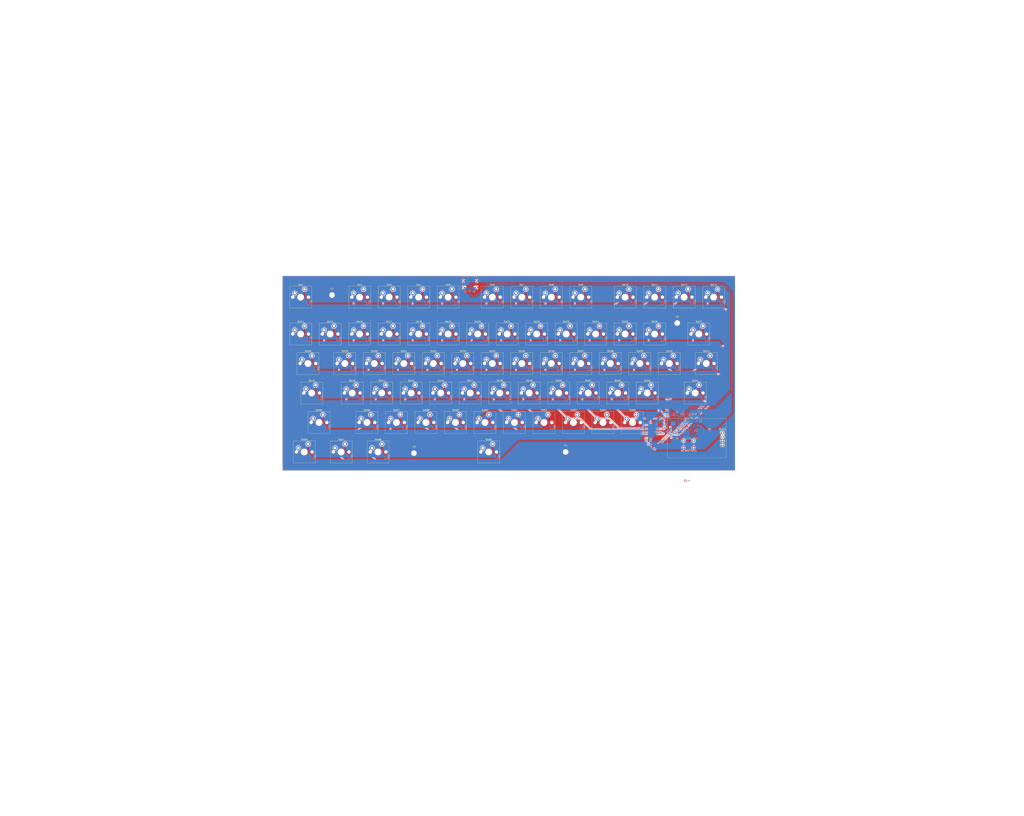
<source format=kicad_pcb>
(kicad_pcb (version 20241229) (generator "pcbnew") (generator_version "9.0")
  (layers (0 "F.Cu" signal) (2 "B.Cu" signal) (13 "F.Paste" user) (15 "B.Paste" user) (5 "F.SilkS" user "F.Silkscreen") (7 "B.SilkS" user "B.Silkscreen") (1 "F.Mask" user) (3 "B.Mask" user) (25 "Edge.Cuts" user))
  (net 0 "")
  (net 1 "+3V3")
  (net 2 "GND")
  (net 3 "+1V1")
  (net 4 "/XIN")
  (net 5 "/XOUT")
  (net 6 "Net-(J1-CC1)")
  (net 7 "/D-")
  (net 8 "Net-(J1-CC2)")
  (net 10 "/D+")
  (net 12 "/QSPI_SS")
  (net 13 "Net-(U1-USB_DP)")
  (net 14 "Net-(U1-USB_DM)")
  (net 18 "/QSPI_SD1")
  (net 21 "/QSPI_SCLK")
  (net 24 "/QSPI_SD3")
  (net 25 "/QSPI_SD2")
  (net 27 "/QSPI_SD0")
  (net 30 "Net-(D1-A)")
  (net 31 "Net-(D2-A)")
  (net 32 "Net-(D3-A)")
  (net 33 "Net-(D4-A)")
  (net 34 "Net-(D5-A)")
  (net 35 "Net-(D6-A)")
  (net 36 "Net-(D7-A)")
  (net 37 "Net-(D8-A)")
  (net 38 "Net-(D9-A)")
  (net 39 "Net-(D10-A)")
  (net 40 "Net-(D11-A)")
  (net 41 "Net-(D12-A)")
  (net 42 "Net-(D13-A)")
  (net 43 "Net-(D14-A)")
  (net 44 "Net-(D15-A)")
  (net 45 "Net-(D16-A)")
  (net 46 "Net-(D17-A)")
  (net 47 "Net-(D18-A)")
  (net 48 "Net-(D19-A)")
  (net 49 "Net-(D20-A)")
  (net 50 "Net-(D21-A)")
  (net 51 "Net-(D22-A)")
  (net 52 "Net-(D23-A)")
  (net 53 "Net-(D24-A)")
  (net 54 "Net-(D25-A)")
  (net 55 "Net-(D26-A)")
  (net 56 "Net-(D27-A)")
  (net 57 "Net-(D28-A)")
  (net 58 "Net-(D29-A)")
  (net 59 "Net-(D30-A)")
  (net 60 "Net-(D31-A)")
  (net 61 "Net-(D32-A)")
  (net 62 "Net-(D33-A)")
  (net 63 "Net-(D34-A)")
  (net 64 "Net-(D35-A)")
  (net 65 "Net-(D36-A)")
  (net 66 "Net-(D37-A)")
  (net 67 "Net-(D38-A)")
  (net 68 "Net-(D39-A)")
  (net 69 "Net-(D40-A)")
  (net 70 "Net-(D41-A)")
  (net 71 "Net-(D42-A)")
  (net 72 "Net-(D43-A)")
  (net 73 "Net-(D44-A)")
  (net 74 "Net-(D45-A)")
  (net 75 "Net-(D46-A)")
  (net 76 "Net-(D47-A)")
  (net 77 "Net-(D48-A)")
  (net 78 "Net-(D49-A)")
  (net 79 "Net-(D50-A)")
  (net 80 "Net-(D51-A)")
  (net 81 "Net-(D52-A)")
  (net 82 "Net-(D53-A)")
  (net 83 "Net-(D54-A)")
  (net 84 "Net-(D55-A)")
  (net 85 "Net-(D56-A)")
  (net 86 "Net-(D57-A)")
  (net 87 "Net-(D58-A)")
  (net 88 "Net-(D59-A)")
  (net 89 "Net-(D60-A)")
  (net 90 "Net-(D61-A)")
  (net 91 "Net-(D62-A)")
  (net 92 "Net-(D63-A)")
  (net 93 "Net-(D64-A)")
  (net 94 "Net-(D65-A)")
  (net 95 "Net-(D66-A)")
  (net 96 "Net-(D67-A)")
  (net 97 "Net-(D68-A)")
  (net 98 "Net-(D69-A)")
  (net 99 "/ROW1")
  (net 100 "/ROW2")
  (net 101 "/ROW3")
  (net 102 "/ROW4")
  (net 103 "/ROW5")
  (net 104 "/ROW6")
  (net 105 "/COL1")
  (net 106 "/COL3")
  (net 107 "/COL4")
  (net 108 "/COL5")
  (net 109 "/COL6")
  (net 110 "/COL7")
  (net 111 "/COL8")
  (net 112 "/COL9")
  (net 113 "/COL10")
  (net 114 "/COL11")
  (net 115 "/COL12")
  (net 116 "/COL13")
  (net 117 "/COL2")
  (net 118 "VBUS")
  (net 119 "/OLED_SCL")
  (net 120 "/OLED_SDA")
  (net 121 "/COL14")
  (footprint "PCM_Switch_Keyboard_Cherry_MX:SW_Cherry_MX_PCB" (layer "F.Cu") (at 302.7575 241.42)
    (property "Reference" "SW62")
    (property "Value" "SW_SPST")
  )
  (footprint "PCM_Switch_Keyboard_Cherry_MX:SW_Cherry_MX_PCB" (layer "F.Cu") (at 183.695 184.27)
    (property "Reference" "SW16")
    (property "Value" "SW_SPST")
  )
  (footprint "PCM_Switch_Keyboard_Cherry_MX:SW_Cherry_MX_PCB" (layer "F.Cu") (at 236.0825 222.37)
    (property "Reference" "SW46")
    (property "Value" "SW_SPST")
  )
  (footprint "PCM_Switch_Keyboard_Cherry_MX:SW_Cherry_MX_PCB" (layer "F.Cu") (at 374.195 184.27)
    (property "Reference" "SW26")
    (property "Value" "SW_SPST")
  )
  (footprint "PCM_Switch_Keyboard_Cherry_MX:SW_Cherry_MX_PCB" (layer "F.Cu") (at 183.695 160.4575)
    (property "Reference" "SW2")
    (property "Value" "SW_SPST")
  )
  (footprint "PCM_Switch_Keyboard_Cherry_MX:SW_Cherry_MX_PCB" (layer "F.Cu") (at 393.245 160.4575)
    (property "Reference" "SW12")
    (property "Value" "SW_SPST")
  )
  (footprint "PCM_Switch_Keyboard_Cherry_MX:SW_Cherry_MX_PCB" (layer "F.Cu") (at 312.2825 222.37)
    (property "Reference" "SW50")
    (property "Value" "SW_SPST")
  )
  (footprint "PCM_Switch_Keyboard_Cherry_MX:SW_Cherry_MX_PCB" (layer "F.Cu") (at 288.47 203.32)
    (property "Reference" "SW35")
    (property "Value" "SW_SPST")
  )
  (footprint "PCM_Switch_Keyboard_Cherry_MX:SW_Cherry_MX_PCB" (layer "F.Cu") (at 255.1325 222.37)
    (property "Reference" "SW47")
    (property "Value" "SW_SPST")
  )
  (footprint "PCM_Switch_Keyboard_Cherry_MX:SW_Cherry_MX_PCB" (layer "F.Cu") (at 264.6575 241.42)
    (property "Reference" "SW60")
    (property "Value" "SW_SPST")
  )
  (footprint "PCM_Switch_Keyboard_Cherry_MX:SW_Cherry_MX_PCB" (layer "F.Cu") (at 307.52 203.32)
    (property "Reference" "SW36")
    (property "Value" "SW_SPST")
  )
  (footprint "PCM_Switch_Keyboard_Cherry_MX:SW_Cherry_MX_PCB" (layer "F.Cu") (at 307.52 160.4575)
    (property "Reference" "SW8")
    (property "Value" "SW_SPST")
  )
  (footprint "PCM_Switch_Keyboard_Cherry_MX:SW_Cherry_MX_PCB_1.00u" (layer "F.Cu") (at 412.295 160.4575)
    (property "Reference" "SW13")
    (property "Value" "SW_SPST")
  )
  (footprint "PCM_Switch_Keyboard_Cherry_MX:SW_Cherry_MX_PCB" (layer "F.Cu") (at 317.045 184.27)
    (property "Reference" "SW23")
    (property "Value" "SW_SPST")
  )
  (footprint "PCM_Switch_Keyboard_Cherry_MX:SW_Cherry_MX_PCB" (layer "F.Cu") (at 326.57 203.32)
    (property "Reference" "SW37")
    (property "Value" "SW_SPST")
  )
  (footprint "PCM_Switch_Keyboard_Cherry_MX:SW_Cherry_MX_PCB" (layer "F.Cu") (at 245.6075 241.42)
    (property "Reference" "SW59")
    (property "Value" "SW_SPST")
  )
  (footprint "PCM_Switch_Keyboard_Cherry_MX:SW_Cherry_MX_PCB" (layer "F.Cu") (at 369.4325 222.37)
    (property "Reference" "SW53")
    (property "Value" "SW_SPST")
  )
  (footprint "PCM_Switch_Keyboard_Cherry_MX:SW_Cherry_MX_PCB" (layer "F.Cu") (at 374.195 160.4575)
    (property "Reference" "SW11")
    (property "Value" "SW_SPST")
  )
  (footprint "PCM_Switch_Keyboard_Cherry_MX:SW_Cherry_MX_PCB" (layer "F.Cu") (at 345.62 203.32)
    (property "Reference" "SW38")
    (property "Value" "SW_SPST")
  )
  (footprint "PCM_Switch_Keyboard_Cherry_MX:SW_Cherry_MX_PCB" (layer "F.Cu") (at 202.745 184.27)
    (property "Reference" "SW17")
    (property "Value" "SW_SPST")
  )
  (footprint "PCM_Switch_Keyboard_Cherry_MX:SW_Cherry_MX_PCB" (layer "F.Cu") (at 157.50125 241.42)
    (property "Reference" "SW55")
    (property "Value" "SW_SPST")
  )
  (footprint "PCM_Switch_Keyboard_Cherry_MX:SW_Cherry_MX_PCB" (layer "F.Cu") (at 269.42 160.4575)
    (property "Reference" "SW6")
    (property "Value" "SW_SPST")
  )
  (footprint "PCM_Switch_Keyboard_Cherry_MX:SW_Cherry_MX_PCB" (layer "F.Cu") (at 174.17 203.32)
    (property "Reference" "SW29")
    (property "Value" "SW_SPST")
  )
  (footprint "PCM_Switch_Keyboard_Cherry_MX:SW_Cherry_MX_PCB" (layer "F.Cu") (at 336.095 184.27)
    (property "Reference" "SW24")
    (property "Value" "SW_SPST")
  )
  (footprint "PCM_Switch_Keyboard_Cherry_MX:SW_Cherry_MX_PCB" (layer "F.Cu") (at 152.73875 222.37)
    (property "Reference" "SW42")
    (property "Value" "SW_SPST")
  )
  (footprint "PCM_Switch_Keyboard_Cherry_MX:SW_Cherry_MX_PCB" (layer "F.Cu") (at 359.9075 241.42)
    (property "Reference" "SW65")
    (property "Value" "SW_SPST")
  )
  (footprint "Connector_PinHeader_2.54mm:PinHeader_1x04_P2.54mm_Vertical" (layer "F.Cu") (at 418.1 248.14)
    (property "Reference" "OLED1")
    (property "Value" "OLED_I2C")
  )
  (footprint "PCM_Switch_Keyboard_Cherry_MX:SW_Cherry_MX_PCB" (layer "F.Cu") (at 231.32 203.32)
    (property "Reference" "SW32")
    (property "Value" "SW_SPST")
  )
  (footprint "MountingHole:MountingHole_3.2mm_M3" (layer "F.Cu") (at 165.9 159.1)
    (property "Reference" "H1")
    (property "Value" "MountingHole")
  )
  (footprint "PCM_Switch_Keyboard_Cherry_MX:SW_Cherry_MX_PCB" (layer "F.Cu") (at 355.145 184.27)
    (property "Reference" "SW25")
    (property "Value" "SW_SPST")
  )
  (footprint "PCM_Switch_Keyboard_Cherry_MX:SW_Cherry_MX_PCB" (layer "F.Cu") (at 350.3825 222.37)
    (property "Reference" "SW52")
    (property "Value" "SW_SPST")
  )
  (footprint "PCM_Switch_Keyboard_Cherry_MX:SW_Cherry_MX_PCB" (layer "F.Cu") (at 171.78875 260.47)
    (property "Reference" "SW67")
    (property "Value" "SW_SPST")
  )
  (footprint "PCM_Switch_Keyboard_Cherry_MX:SW_Cherry_MX_PCB" (layer "F.Cu") (at 293.2325 222.37)
    (property "Reference" "SW49")
    (property "Value" "SW_SPST")
  )
  (footprint "PCM_Switch_Keyboard_Cherry_MX:SW_Cherry_MX_PCB" (layer "F.Cu") (at 355.145 160.4575)
    (property "Reference" "SW10")
    (property "Value" "SW_SPST")
  )
  (footprint "PCM_Switch_Keyboard_Cherry_MX:SW_Cherry_MX_PCB" (layer "F.Cu") (at 197.9825 222.37)
    (property "Reference" "SW44")
    (property "Value" "SW_SPST")
  )
  (footprint "PCM_Switch_Keyboard_Cherry_MX:SW_Cherry_MX_PCB_1.00u" (layer "F.Cu") (at 145.595 160.4575)
    (property "Reference" "SW1")
    (property "Value" "SW_SPST")
  )
  (footprint "PCM_Switch_Keyboard_Cherry_MX:SW_Cherry_MX_PCB" (layer "F.Cu") (at 297.995 184.27)
    (property "Reference" "SW22")
    (property "Value" "SW_SPST")
  )
  (footprint "PCM_Switch_Keyboard_Cherry_MX:SW_Cherry_MX_PCB" (layer "F.Cu") (at 259.895 184.27)
    (property "Reference" "SW20")
    (property "Value" "SW_SPST")
  )
  (footprint "PCM_Switch_Keyboard_Cherry_MX:SW_Cherry_MX_PCB" (layer "F.Cu") (at 364.67 203.32)
    (property "Reference" "SW39")
    (property "Value" "SW_SPST")
  )
  (footprint "PCM_Switch_Keyboard_Cherry_MX:SW_Cherry_MX_PCB" (layer "F.Cu") (at 164.645 184.27)
    (property "Reference" "SW15")
    (property "Value" "SW_SPST")
  )
  (footprint "PCM_Switch_Keyboard_Cherry_MX:SW_Cherry_MX_PCB" (layer "F.Cu") (at 226.5575 241.42)
    (property "Reference" "SW58")
    (property "Value" "SW_SPST")
  )
  (footprint "PCM_Switch_Keyboard_Cherry_MX:SW_Cherry_MX_PCB_2.25u" (layer "F.Cu") (at 400.38875 222.37)
    (property "Reference" "SW54")
    (property "Value" "SW_SPST")
  )
  (footprint "PCM_Switch_Keyboard_Cherry_MX:SW_Cherry_MX_PCB" (layer "F.Cu") (at 221.795 160.4575)
    (property "Reference" "SW4")
    (property "Value" "SW_SPST")
  )
  (footprint "Button_Switch_THT:SW_PUSH_6mm_H5mm" (layer "F.Cu") (at 399.4 257.7 180)
    (property "Reference" "SW_BOOTSEL0")
    (property "Value" "SW_Push")
  )
  (footprint "PCM_Switch_Keyboard_Cherry_MX:SW_Cherry_MX_PCB" (layer "F.Cu") (at 402.77 184.27)
    (property "Reference" "SW27")
    (property "Value" "SW_SPST")
  )
  (footprint "PCM_Switch_Keyboard_Cherry_MX:SW_Cherry_MX_PCB" (layer "F.Cu") (at 145.595 184.27)
    (property "Reference" "SW14")
    (property "Value" "SW_SPST")
  )
  (footprint "PCM_Switch_Keyboard_Cherry_MX:SW_Cherry_MX_PCB" (layer "F.Cu") (at 240.845 160.4575)
    (property "Reference" "SW5")
    (property "Value" "SW_SPST")
  )
  (footprint "PCM_Switch_Keyboard_Cherry_MX:SW_Cherry_MX_PCB" (layer "F.Cu") (at 326.57 160.4575)
    (property "Reference" "SW9")
    (property "Value" "SW_SPST")
  )
  (footprint "PCM_Switch_Keyboard_Cherry_MX:SW_Cherry_MX_PCB" (layer "F.Cu") (at 240.845 184.27)
    (property "Reference" "SW19")
    (property "Value" "SW_SPST")
  )
  (footprint "PCM_Switch_Keyboard_Cherry_MX:SW_Cherry_MX_PCB" (layer "F.Cu") (at 288.47 160.4575)
    (property "Reference" "SW7")
    (property "Value" "SW_SPST")
  )
  (footprint "PCM_Switch_Keyboard_Cherry_MX:SW_Cherry_MX_PCB" (layer "F.Cu") (at 383.72 203.32)
    (property "Reference" "SW40")
    (property "Value" "SW_SPST")
  )
  (footprint "PCM_Switch_Keyboard_Cherry_MX:SW_Cherry_MX_PCB" (layer "F.Cu") (at 202.745 160.4575)
    (property "Reference" "SW3")
    (property "Value" "SW_SPST")
  )
  (footprint "PCM_Switch_Keyboard_Cherry_MX:SW_Cherry_MX_PCB" (layer "F.Cu") (at 321.8075 241.42)
    (property "Reference" "SW63")
    (property "Value" "SW_SPST")
  )
  (footprint "PCM_Switch_Keyboard_Cherry_MX:SW_Cherry_MX_PCB" (layer "F.Cu") (at 195.60125 260.47)
    (property "Reference" "SW68")
    (property "Value" "SW_SPST")
  )
  (footprint "PCM_Switch_Keyboard_Cherry_MX:SW_Cherry_MX_PCB" (layer "F.Cu") (at 407.5325 203.32)
    (property "Reference" "SW41")
    (property "Value" "SW_SPST")
  )
  (footprint "PCM_Switch_Keyboard_Cherry_MX:SW_Cherry_MX_PCB" (layer "F.Cu") (at 221.795 184.27)
    (property "Reference" "SW18")
    (property "Value" "SW_SPST")
  )
  (footprint "MountingHole:MountingHole_3.2mm_M3" (layer "F.Cu") (at 388.85 177.2)
    (property "Reference" "H2")
    (property "Value" "MountingHole")
  )
  (footprint "PCM_Switch_Keyboard_Cherry_MX:SW_Cherry_MX_PCB" (layer "F.Cu") (at 278.945 184.27)
    (property "Reference" "SW21")
    (property "Value" "SW_SPST")
  )
  (footprint "PCM_Switch_Keyboard_Cherry_MX:SW_Cherry_MX_PCB" (layer "F.Cu") (at 217.0325 222.37)
    (property "Reference" "SW45")
    (property "Value" "SW_SPST")
  )
  (footprint "PCM_Switch_Keyboard_Cherry_MX:SW_Cherry_MX_PCB" (layer "F.Cu") (at 283.7075 241.42)
    (property "Reference" "SW61")
    (property "Value" "SW_SPST")
  )
  (footprint "PCM_Switch_Keyboard_Cherry_MX:SW_Cherry_MX_PCB" (layer "F.Cu") (at 147.97625 260.47)
    (property "Reference" "SW66")
    (property "Value" "SW_SPST")
  )
  (footprint "PCM_Switch_Keyboard_Cherry_MX:SW_Cherry_MX_PCB_6.25u" (layer "F.Cu") (at 267.03875 260.47)
    (property "Reference" "SW69")
    (property "Value" "SW_SPST")
  )
  (footprint "PCM_Switch_Keyboard_Cherry_MX:SW_Cherry_MX_PCB" (layer "F.Cu") (at 188.4575 241.42)
    (property "Reference" "SW56")
    (property "Value" "SW_SPST")
  )
  (footprint "PCM_Switch_Keyboard_Cherry_MX:SW_Cherry_MX_PCB" (layer "F.Cu") (at 193.22 203.32)
    (property "Reference" "SW30")
    (property "Value" "SW_SPST")
  )
  (footprint "PCM_Switch_Keyboard_Cherry_MX:SW_Cherry_MX_PCB" (layer "F.Cu") (at 274.1825 222.37)
    (property "Reference" "SW48")
    (property "Value" "SW_SPST")
  )
  (footprint "PCM_Switch_Keyboard_Cherry_MX:SW_Cherry_MX_PCB" (layer "F.Cu") (at 207.5075 241.42)
    (property "Reference" "SW57")
    (property "Value" "SW_SPST")
  )
  (footprint "PCM_Switch_Keyboard_Cherry_MX:SW_Cherry_MX_PCB" (layer "F.Cu") (at 212.27 203.32)
    (property "Reference" "SW31")
    (property "Value" "SW_SPST")
  )
  (footprint "MountingHole:MountingHole_3.2mm_M3" (layer "F.Cu") (at 218.8 261.25)
    (property "Reference" "H3")
    (property "Value" "MountingHole")
  )
  (footprint "PCM_Switch_Keyboard_Cherry_MX:SW_Cherry_MX_PCB" (layer "F.Cu") (at 331.3325 222.37)
    (property "Reference" "SW51")
    (property "Value" "SW_SPST")
  )
  (footprint "MountingHole:MountingHole_3.2mm_M3" (layer "F.Cu") (at 316.75 260.460017)
    (property "Reference" "H4")
    (property "Value" "MountingHole")
  )
  (footprint "PCM_Switch_Keyboard_Cherry_MX:SW_Cherry_MX_PCB" (layer "F.Cu") (at 250.37 203.32)
    (property "Reference" "SW33")
    (property "Value" "SW_SPST")
  )
  (footprint "PCM_Switch_Keyboard_Cherry_MX:SW_Cherry_MX_PCB" (layer "F.Cu") (at 340.8575 241.42)
    (property "Reference" "SW64")
    (property "Value" "SW_SPST")
  )
  (footprint "PCM_Switch_Keyboard_Cherry_MX:SW_Cherry_MX_PCB" (layer "F.Cu") (at 178.9325 222.37)
    (property "Reference" "SW43")
    (property "Value" "SW_SPST")
  )
  (footprint "PCM_Switch_Keyboard_Cherry_MX:SW_Cherry_MX_PCB" (layer "F.Cu") (at 150.3575 203.32)
    (property "Reference" "SW28")
    (property "Value" "SW_SPST")
  )
  (footprint "PCM_Switch_Keyboard_Cherry_MX:SW_Cherry_MX_PCB" (layer "F.Cu") (at 269.42 203.32)
    (property "Reference" "SW34")
    (property "Value" "SW_SPST")
  )
  (footprint "Diode_SMD:D_SOD-323" (layer "B.Cu") (at 360.225 187.3 90)
    (property "Reference" "D25")
    (property "Value" "1N4148WS")
  )
  (footprint "Diode_SMD:D_SOD-323" (layer "B.Cu") (at 255.45 206.35 90)
    (property "Reference" "D33")
    (property "Value" "1N4148WS")
  )
  (footprint "Capacitor_SMD:C_0402_1005Metric" (layer "B.Cu") (at 390.45 237.2 45)
    (property "Reference" "C10")
    (property "Value" "1u")
  )
  (footprint "Diode_SMD:D_SOD-323" (layer "B.Cu") (at 279.2625 225.4 90)
    (property "Reference" "D48")
    (property "Value" "1N4148WS")
  )
  (footprint "Resistor_SMD:R_0402_1005Metric" (layer "B.Cu") (at 391.5 241.05 180)
    (property "Reference" "R5" (hide yes))
    (property "Value" "22")
  )
  (footprint "Diode_SMD:D_SOD-323" (layer "B.Cu") (at 169.725 187.3 90)
    (property "Reference" "D15")
    (property "Value" "1N4148WS")
  )
  (footprint "Diode_SMD:D_SOD-323" (layer "B.Cu") (at 188.775 163.4875 90)
    (property "Reference" "D2")
    (property "Value" "1N4148WS")
  )
  (footprint "Diode_SMD:D_SOD-323" (layer "B.Cu") (at 153.05625 263.5 90)
    (property "Reference" "D66")
    (property "Value" "1N4148WS")
  )
  (footprint "Resistor_SMD:R_0402_1005Metric" (layer "B.Cu") (at 253.35 156.85 -90)
    (property "Reference" "R1")
    (property "Value" "5.1k")
  )
  (footprint "Diode_SMD:D_SOD-323" (layer "B.Cu") (at 307.8375 244.45 90)
    (property "Reference" "D62")
    (property "Value" "1N4148WS")
  )
  (footprint "Diode_SMD:D_SOD-323" (layer "B.Cu") (at 162.58125 244.45 90)
    (property "Reference" "D55")
    (property "Value" "1N4148WS")
  )
  (footprint "Diode_SMD:D_SOD-323" (layer "B.Cu") (at 355.4625 225.4 90)
    (property "Reference" "D52")
    (property "Value" "1N4148WS")
  )
  (footprint "Resistor_SMD:R_0402_1005Metric" (layer "B.Cu") (at 390.89 251.85)
    (property "Reference" "R3")
    (property "Value" "10k")
  )
  (footprint "Diode_SMD:D_SOD-323" (layer "B.Cu") (at 245.925 187.3 90)
    (property "Reference" "D19")
    (property "Value" "1N4148WS")
  )
  (footprint "Diode_SMD:D_SOD-323" (layer "B.Cu") (at 336.4125 225.4 90)
    (property "Reference" "D51")
    (property "Value" "1N4148WS")
  )
  (footprint "Diode_SMD:D_SOD-323" (layer "B.Cu") (at 269.7375 244.45 90)
    (property "Reference" "D60")
    (property "Value" "1N4148WS")
  )
  (footprint "Diode_SMD:D_SOD-323" (layer "B.Cu") (at 236.4 206.35 90)
    (property "Reference" "D32")
    (property "Value" "1N4148WS")
  )
  (footprint "Diode_SMD:D_SOD-323" (layer "B.Cu") (at 260.2125 225.4 90)
    (property "Reference" "D47")
    (property "Value" "1N4148WS")
  )
  (footprint "Diode_SMD:D_SOD-323" (layer "B.Cu") (at 150.675 187.3 90)
    (property "Reference" "D14")
    (property "Value" "1N4148WS")
  )
  (footprint "Diode_SMD:D_SOD-323" (layer "B.Cu") (at 200.68125 263.5 90)
    (property "Reference" "D68")
    (property "Value" "1N4148WS")
  )
  (footprint "Diode_SMD:D_SOD-323" (layer "B.Cu") (at 322.125 187.3 90)
    (property "Reference" "D23")
    (property "Value" "1N4148WS")
  )
  (footprint "Diode_SMD:D_SOD-323" (layer "B.Cu") (at 345.9375 244.45 90)
    (property "Reference" "D64")
    (property "Value" "1N4148WS")
  )
  (footprint "Diode_SMD:D_SOD-323" (layer "B.Cu") (at 272.11875 263.5 90)
    (property "Reference" "D69")
    (property "Value" "1N4148WS")
  )
  (footprint "Diode_SMD:D_SOD-323" (layer "B.Cu") (at 188.775 187.3 90)
    (property "Reference" "D16")
    (property "Value" "1N4148WS")
  )
  (footprint "Diode_SMD:D_SOD-323" (layer "B.Cu") (at 217.35 206.35 90)
    (property "Reference" "D31")
    (property "Value" "1N4148WS")
  )
  (footprint "Diode_SMD:D_SOD-323" (layer "B.Cu") (at 264.975 187.3 90)
    (property "Reference" "D20")
    (property "Value" "1N4148WS")
  )
  (footprint "Diode_SMD:D_SOD-323" (layer "B.Cu") (at 360.225 163.4875 90)
    (property "Reference" "D10")
    (property "Value" "1N4148WS")
  )
  (footprint "Diode_SMD:D_SOD-323" (layer "B.Cu") (at 226.875 163.4875 90)
    (property "Reference" "D4")
    (property "Value" "1N4148WS")
  )
  (footprint "Diode_SMD:D_SOD-323" (layer "B.Cu") (at 326.8875 244.45 90)
    (property "Reference" "D63")
    (property "Value" "1N4148WS")
  )
  (footprint "Diode_SMD:D_SOD-323" (layer "B.Cu") (at 207.825 163.4875 90)
    (property "Reference" "D3")
    (property "Value" "1N4148WS")
  )
  (footprint "Diode_SMD:D_SOD-323" (layer "B.Cu") (at 388.8 206.35 90)
    (property "Reference" "D40")
    (property "Value" "1N4148WS")
  )
  (footprint "Diode_SMD:D_SOD-323" (layer "B.Cu") (at 364.9875 244.45 90)
    (property "Reference" "D65")
    (property "Value" "1N4148WS")
  )
  (footprint "Resistor_SMD:R_0402_1005Metric" (layer "B.Cu") (at 256.7 156.85 90)
    (property "Reference" "R2")
    (property "Value" "5.1k")
  )
  (footprint "Diode_SMD:D_SOD-323" (layer "B.Cu") (at 226.875 187.3 90)
    (property "Reference" "D18")
    (property "Value" "1N4148WS")
  )
  (footprint "Diode_SMD:D_SOD-323" (layer "B.Cu") (at 312.6 163.4875 90)
    (property "Reference" "D8")
    (property "Value" "1N4148WS")
  )
  (footprint "Diode_SMD:D_SOD-323" (layer "B.Cu") (at 155.4375 206.35 90)
    (property "Reference" "D28")
    (property "Value" "1N4148WS")
  )
  (footprint "Diode_SMD:D_SOD-323" (layer "B.Cu") (at 331.65 163.4875 90)
    (property "Reference" "D9")
    (property "Value" "1N4148WS")
  )
  (footprint "Capacitor_SMD:C_0402_1005Metric" (layer "B.Cu") (at 391.160589 237.889411 45)
    (property "Reference" "C4")
    (property "Value" "100n")
  )
  (footprint "Diode_SMD:D_SOD-323" (layer "B.Cu") (at 193.5375 244.45 90)
    (property "Reference" "D56")
    (property "Value" "1N4148WS")
  )
  (footprint "Diode_SMD:D_SOD-323" (layer "B.Cu") (at 379.275 187.3 90)
    (property "Reference" "D26")
    (property "Value" "1N4148WS")
  )
  (footprint "Capacitor_SMD:C_0402_1005Metric" (layer "B.Cu") (at 385.5 236.2 90)
    (property "Reference" "C3")
    (property "Value" "100n")
  )
  (footprint "Diode_SMD:D_SOD-323" (layer "B.Cu") (at 407.85 187.3 90)
    (property "Reference" "D27")
    (property "Value" "1N4148WS")
  )
  (footprint "Diode_SMD:D_SOD-323" (layer "B.Cu") (at 157.81875 225.4 90)
    (property "Reference" "D42")
    (property "Value" "1N4148WS")
  )
  (footprint "Resistor_SMD:R_0402_1005Metric" (layer "B.Cu") (at 391.5 239.95)
    (property "Reference" "R6" (hide yes))
    (property "Value" "22")
  )
  (footprint "Diode_SMD:D_SOD-323" (layer "B.Cu") (at 379.275 163.4875 90)
    (property "Reference" "D11")
    (property "Value" "1N4148WS")
  )
  (footprint "Diode_SMD:D_SOD-323" (layer "B.Cu") (at 317.3625 225.4 90)
    (property "Reference" "D50")
    (property "Value" "1N4148WS")
  )
  (footprint "Diode_SMD:D_SOD-323" (layer "B.Cu") (at 274.5 206.35 90)
    (property "Reference" "D34")
    (property "Value" "1N4148WS")
  )
  (footprint "Capacitor_SMD:C_0603_1608Metric" (layer "B.Cu") (at 379 238.75 -90)
    (property "Reference" "C16")
    (property "Value" "30p")
  )
  (footprint "Capacitor_SMD:C_0402_1005Metric" (layer "B.Cu") (at 384.1 247.4 -135)
    (property "Reference" "C9")
    (property "Value" "100n")
  )
  (footprint "Capacitor_SMD:C_0402_1005Metric" (layer "B.Cu") (at 380.4 240.1 90)
    (property "Reference" "C5")
    (property "Value" "100n")
  )
  (footprint "Diode_SMD:D_SOD-323" (layer "B.Cu") (at 293.55 163.4875 90)
    (property "Reference" "D7")
    (property "Value" "1N4148WS")
  )
  (footprint "Diode_SMD:D_SOD-323" (layer "B.Cu") (at 241.1625 225.4 90)
    (property "Reference" "D46")
    (property "Value" "1N4148WS")
  )
  (footprint "Diode_SMD:D_SOD-323" (layer "B.Cu") (at 398.325 163.4875 90)
    (property "Reference" "D12")
    (property "Value" "1N4148WS")
  )
  (footprint "Diode_SMD:D_SOD-323" (layer "B.Cu") (at 341.175 187.3 90)
    (property "Reference" "D24")
    (property "Value" "1N4148WS")
  )
  (footprint "Diode_SMD:D_SOD-323" (layer "B.Cu") (at 207.825 187.3 90)
    (property "Reference" "D17")
    (property "Value" "1N4148WS")
  )
  (footprint "Crystal:Crystal_SMD_3225-4Pin_3.2x2.5mm" (layer "B.Cu") (at 378.15 242.55 -90)
    (property "Reference" "Y1")
    (property "Value" "YSX321SL")
  )
  (footprint "Diode_SMD:D_SOD-323" (layer "B.Cu") (at 184.0125 225.4 90)
    (property "Reference" "D43")
    (property "Value" "1N4148WS")
  )
  (footprint "Diode_SMD:D_SOD-323" (layer "B.Cu") (at 250.6875 244.45 90)
    (property "Reference" "D59")
    (property "Value" "1N4148WS")
  )
  (footprint "Diode_SMD:D_SOD-323" (layer "B.Cu") (at 198.3 206.35 90)
    (property "Reference" "D30")
    (property "Value" "1N4148WS")
  )
  (footprint "Diode_SMD:D_SOD-323" (layer "B.Cu") (at 176.86875 263.5 90)
    (property "Reference" "D67")
    (property "Value" "1N4148WS")
  )
  (footprint "Diode_SMD:D_SOD-323" (layer "B.Cu") (at 303.075 187.3 90)
    (property "Reference" "D22")
    (property "Value" "1N4148WS")
  )
  (footprint "Capacitor_SMD:C_0402_1005Metric" (layer "B.Cu") (at 392.6 243.1 -45)
    (property "Reference" "C11")
    (property "Value" "1u")
  )
  (footprint "Capacitor_SMD:C_0603_1608Metric" (layer "B.Cu") (at 395.4 236.5 90)
    (property "Reference" "C1")
    (property "Value" "22u")
  )
  (footprint "Capacitor_SMD:C_0402_1005Metric" (layer "B.Cu") (at 392.2 238.95)
    (property "Reference" "C12")
    (property "Value" "100n")
  )
  (footprint "Diode_SMD:D_SOD-323" (layer "B.Cu") (at 293.55 206.35 90)
    (property "Reference" "D35")
    (property "Value" "1N4148WS")
  )
  (footprint "Diode_SMD:D_SOD-323" (layer "B.Cu") (at 179.25 206.35 90)
    (property "Reference" "D29")
    (property "Value" "1N4148WS")
  )
  (footprint "Diode_SMD:D_SOD-323" (layer "B.Cu") (at 374.5125 225.4 90)
    (property "Reference" "D53")
    (property "Value" "1N4148WS")
  )
  (footprint "Capacitor_SMD:C_0402_1005Metric" (layer "B.Cu") (at 388.75 236.6 90)
    (property "Reference" "C6")
    (property "Value" "100n")
  )
  (footprint "Diode_SMD:D_SOD-323" (layer "B.Cu") (at 203.0625 225.4 90)
    (property "Reference" "D44")
    (property "Value" "1N4148WS")
  )
  (footprint "Diode_SMD:D_SOD-323" (layer "B.Cu") (at 288.7875 244.45 90)
    (property "Reference" "D61")
    (property "Value" "1N4148WS")
  )
  (footprint "Diode_SMD:D_SOD-323" (layer "B.Cu") (at 405.46875 225.4 90)
    (property "Reference" "D54")
    (property "Value" "1N4148WS")
  )
  (footprint "Capacitor_SMD:C_0603_1608Metric" (layer "B.Cu") (at 376.45 246.25 90)
    (property "Reference" "C15")
    (property "Value" "30p")
  )
  (footprint "Capacitor_SMD:C_0402_1005Metric" (layer "B.Cu") (at 381.35 240.1 90)
    (property "Reference" "C13")
    (property "Value" "100n")
  )
  (footprint "Diode_SMD:D_SOD-323" (layer "B.Cu") (at 417.375 163.4875 90)
    (property "Reference" "D13")
    (property "Value" "1N4148WS")
  )
  (footprint "Diode_SMD:D_SOD-323" (layer "B.Cu") (at 274.5 163.4875 90)
    (property "Reference" "D6")
    (property "Value" "1N4148WS")
  )
  (footprint "Diode_SMD:D_SOD-323" (layer "B.Cu") (at 412.6125 206.35 90)
    (property "Reference" "D41")
    (property "Value" "1N4148WS")
  )
  (footprint "Package_DFN_QFN:QFN-56-1EP_7x7mm_P0.4mm_EP3.2x3.2mm" (layer "B.Cu") (at 386.15 242 90)
    (property "Reference" "U1")
    (property "Value" "RP2040")
  )
  (footprint "Diode_SMD:D_SOD-323" (layer "B.Cu") (at 245.925 163.4875 90)
    (property "Reference" "D5")
    (property "Value" "1N4148WS")
  )
  (footprint "Diode_SMD:D_SOD-323" (layer "B.Cu") (at 331.65 206.35 90)
    (property "Reference" "D37")
    (property "Value" "1N4148WS")
  )
  (footprint "Package_TO_SOT_SMD:SOT-223-3_TabPin2" (layer "B.Cu") (at 399.8 240.4 90)
    (property "Reference" "U2")
    (property "Value" "AZ1117-3.3")
  )
  (footprint "Capacitor_SMD:C_0402_1005Metric" (layer "B.Cu") (at 400.87 250.45)
    (property "Reference" "C14")
    (property "Value" "100n")
  )
  (footprint "Diode_SMD:D_SOD-323" (layer "B.Cu") (at 231.6375 244.45 90)
    (property "Reference" "D58")
    (property "Value" "1N4148WS")
  )
  (footprint "Diode_SMD:D_SOD-323" (layer "B.Cu") (at 369.75 206.35 90)
    (property "Reference" "D39")
    (property "Value" "1N4148WS")
  )
  (footprint "Diode_SMD:D_SOD-323" (layer "B.Cu") (at 212.5875 244.45 90)
    (property "Reference" "D57")
    (property "Value" "1N4148WS")
  )
  (footprint "Diode_SMD:D_SOD-323" (layer "B.Cu") (at 312.6 206.35 90)
    (property "Reference" "D36")
    (property "Value" "1N4148WS")
  )
  (footprint "Diode_SMD:D_SOD-323" (layer "B.Cu") (at 350.7 206.35 90)
    (property "Reference" "D38")
    (property "Value" "1N4148WS")
  )
  (footprint "Diode_SMD:D_SOD-323" (layer "B.Cu") (at 284.025 187.3 90)
    (property "Reference" "D21")
    (property "Value" "1N4148WS")
  )
  (footprint "Diode_SMD:D_SOD-323" (layer "B.Cu") (at 222.1125 225.4 90)
    (property "Reference" "D45")
    (property "Value" "1N4148WS")
  )
  (footprint "Capacitor_SMD:C_0603_1608Metric" (layer "B.Cu") (at 395.3 243.35 -90)
    (property "Reference" "C2")
    (property "Value" "10u")
  )
  (footprint "Connector_USB:USB_C_Receptacle_G-Switch_GT-USB-7010ASV" (layer "B.Cu") (at 254.95 151)
    (property "Reference" "J1")
    (property "Value" "USB_C_Receptacle_USB2.0_16P")
  )
  (footprint "Capacitor_SMD:C_0402_1005Metric" (layer "B.Cu") (at 389.2 247.1 -90)
    (property "Reference" "C8")
    (property "Value" "100n")
  )
  (footprint "Diode_SMD:D_SOD-323" (layer "B.Cu") (at 150.675 163.4875 90)
    (property "Reference" "D1")
    (property "Value" "1N4148WS")
  )
  (footprint "Diode_SMD:D_SOD-323" (layer "B.Cu") (at 298.3125 225.4 90)
    (property "Reference" "D49")
    (property "Value" "1N4148WS")
  )
  (footprint "Package_SO:SOIC-8_5.3x5.3mm_P1.27mm" (layer "B.Cu") (at 394.9875 248.55)
    (property "Reference" "U3")
    (property "Value" "W25Q128JVS")
  )
  (footprint "Capacitor_SMD:C_0402_1005Metric" (layer "B.Cu") (at 393.3 242.4 -45)
    (property "Reference" "C7")
    (property "Value" "100n")
  )
  (gr_rect (start 382.35 238.8) (end 420.45 264.2) (stroke (width 0.1)) (fill no) (layer "F.SilkS"))
  (gr_rect (start 133.55 146.4) (end 426.6 272.85) (stroke (width 0.05)) (fill no) (layer "Edge.Cuts"))
  (gr_text "25.4" (at 394.9875 279.05 0) (layer "F.Cu") (effects (font (size 1.27 1.27))))
  (segment (start 394.2 240.75) (end 389.25 245.7) (width 0.2) (layer "F.Cu") (net 1))
  (segment (start 409.75 243.35) (end 409.75 247.75) (width 0.4) (layer "F.Cu") (net 1))
  (segment (start 371.6 250.9) (end 371.6 257.3) (width 0.4) (layer "F.Cu") (net 1))
  (via (at 371.6 257.3) (size 0.6) (drill 0.3) (layers "F.Cu" "B.Cu") (net 1))
  (via (at 409.75 247.75) (size 0.6) (drill 0.3) (layers "F.Cu" "B.Cu") (net 1))
  (via (at 394.2 240.75) (size 0.6) (drill 0.3) (layers "F.Cu" "B.Cu") (net 1))
  (via (at 409.75 243.35) (size 0.6) (drill 0.3) (layers "F.Cu" "B.Cu") (net 1))
  (via (at 371.6 250.9) (size 0.6) (drill 0.3) (layers "F.Cu" "B.Cu") (net 1))
  (via (at 389.25 245.7) (size 0.6) (drill 0.3) (layers "F.Cu" "B.Cu") (net 1))
  (segment (start 392.7 241.8) (end 392.960589 242.060589) (width 0.2) (layer "B.Cu") (net 1))
  (segment (start 385.15 246.35) (end 384.439411 247.060589) (width 0.2) (layer "B.Cu") (net 1))
  (segment (start 379.789 239.969) (end 379.789 238.911) (width 0.2) (layer "B.Cu") (net 1))
  (segment (start 380.4 240.58) (end 379.789 239.969) (width 0.2) (layer "B.Cu") (net 1))
  (segment (start 379.789 238.911) (end 379.925 238.775) (width 0.2) (layer "B.Cu") (net 1))
  (segment (start 382.7125 241.8) (end 381.62 241.8) (width 0.2) (layer "B.Cu") (net 1))
  (segment (start 381.62 241.8) (end 380.4 240.58) (width 0.2) (layer "B.Cu") (net 1))
  (segment (start 390.110589 237.539411) (end 389.5875 238.0625) (width 0.2) (layer "B.Cu") (net 1))
  (segment (start 399.8 243.9) (end 401.35 245.45) (width 0.2) (layer "B.Cu") (net 1))
  (segment (start 385.15 244.849943) (end 385.399943 244.6) (width 0.2) (layer "B.Cu") (net 1))
  (segment (start 399.8 243.549999) (end 399.8 243.9) (width 0.2) (layer "B.Cu") (net 1))
  (segment (start 385.15 238.5625) (end 385.15 237.7) (width 0.2) (layer "B.Cu") (net 1))
  (segment (start 389.25 245.7) (end 389.25 246.57) (width 0.2) (layer "B.Cu") (net 1))
  (segment (start 390.821178 238.228822) (end 390.8 238.228822) (width 0.2) (layer "B.Cu") (net 1))
  (segment (start 383.35 240.2) (end 384.249 239.301) (width 0.2) (layer "B.Cu") (net 1))
  (segment (start 395.4 237.275) (end 399.775001 237.275) (width 0.2) (layer "B.Cu") (net 1))
  (segment (start 389.5875 241.8) (end 392.7 241.8) (width 0.2) (layer "B.Cu") (net 1))
  (segment (start 389.2 245.8875) (end 388.75 245.4375) (width 0.2) (layer "B.Cu") (net 1))
  (segment (start 389.5875 239.4) (end 389.5875 239.800001) (width 0.2) (layer "B.Cu") (net 1))
  (segment (start 388.75 238.5625) (end 388.75 237.08) (width 0.2) (layer "B.Cu") (net 1))
  (segment (start 385.15 245.4375) (end 385.15 244.849943) (width 0.2) (layer "B.Cu") (net 1))
  (segment (start 390.8 238.228822) (end 390.110589 237.539411) (width 0.2) (layer "B.Cu") (net 1))
  (segment (start 389.25 246.57) (end 389.2 246.62) (width 0.2) (layer "B.Cu") (net 1))
  (segment (start 385.399943 244.6) (end 388.447773 244.6) (width 0.2) (layer "B.Cu") (net 1))
  (segment (start 388.447773 244.6) (end 388.75 244.902227) (width 0.2) (layer "B.Cu") (net 1))
  (segment (start 399.775001 237.275) (end 399.8 237.250001) (width 0.2) (layer "B.Cu") (net 1))
  (segment (start 384.946774 239.301) (end 385.15 239.097774) (width 0.2) (layer "B.Cu") (net 1))
  (segment (start 385.15 239.097774) (end 385.15 238.5625) (width 0.2) (layer "B.Cu") (net 1))
  (segment (start 385.15 237.7) (end 385.5 237.35) (width 0.2) (layer "B.Cu") (net 1))
  (segment (start 389.5875 241.399999) (end 389.5875 241.8) (width 0.2) (layer "B.Cu") (net 1))
  (segment (start 389.5875 238.0625) (end 389.5875 239.4) (width 0.2) (layer "B.Cu") (net 1))
  (segment (start 385.15 245.4375) (end 385.15 246.35) (width 0.2) (layer "B.Cu") (net 1))
  (segment (start 382.7125 240.2) (end 383.35 240.2) (width 0.2) (layer "B.Cu") (net 1))
  (segment (start 388.75 244.902227) (end 388.75 245.4375) (width 0.2) (layer "B.Cu") (net 1))
  (segment (start 379.925 238.775) (end 380.1 238.6) (width 0.2) (layer "B.Cu") (net 1))
  (segment (start 389.2 246.62) (end 389.2 245.8875) (width 0.2) (layer "B.Cu") (net 1))
  (segment (start 385.5 237.35) (end 385.5 236.68) (width 0.2) (layer "B.Cu") (net 1))
  (segment (start 384.249 239.301) (end 384.946774 239.301) (width 0.2) (layer "B.Cu") (net 1))
  (via (at 385.2 241.1) (size 0.6) (drill 0.3) (layers "F.Cu" "B.Cu") (net 2))
  (via (at 395.4 235.75) (size 0.6) (drill 0.3) (layers "F.Cu" "B.Cu") (net 2))
  (via (at 395.3 242.6) (size 0.6) (drill 0.3) (layers "F.Cu" "B.Cu") (net 2))
  (via (at 403.4 234.75) (size 0.6) (drill 0.3) (layers "F.Cu" "B.Cu") (net 2))
  (via (at 386.15 242) (size 0.6) (drill 0.3) (layers "F.Cu" "B.Cu") (net 2))
  (via (at 405.4 236.75) (size 0.6) (drill 0.3) (layers "F.Cu" "B.Cu") (net 2))
  (via (at 376.35 254.55) (size 0.6) (drill 0.3) (layers "F.Cu" "B.Cu") (net 2))
  (via (at 384.738069 253.360461) (size 0.6) (drill 0.3) (layers "F.Cu" "B.Cu") (net 2))
  (via (at 375.25 247.05) (size 0.6) (drill 0.3) (layers "F.Cu" "B.Cu") (net 2))
  (via (at 385.2 242.85) (size 0.6) (drill 0.3) (layers "F.Cu" "B.Cu") (net 2))
  (via (at 401.35 251.45) (size 0.6) (drill 0.3) (layers "F.Cu" "B.Cu") (net 2))
  (via (at 384.6 235) (size 0.6) (drill 0.3) (layers "F.Cu" "B.Cu") (net 2))
  (via (at 386.15 241.1) (size 0.6) (drill 0.3) (layers "F.Cu" "B.Cu") (net 2))
  (via (at 387.1 242.85) (size 0.6) (drill 0.3) (layers "F.Cu" "B.Cu") (net 2))
  (via (at 381.35 238.65) (size 0.6) (drill 0.3) (layers "F.Cu" "B.Cu") (net 2))
  (via (at 377.3 241.45) (size 0.6) (drill 0.3) (layers "F.Cu" "B.Cu") (net 2))
  (via (at 391.4 246.65) (size 0.6) (drill 0.3) (layers "F.Cu" "B.Cu") (net 2))
  (via (at 388.05 236.12) (size 0.6) (drill 0.3) (layers "F.Cu" "B.Cu") (net 2))
  (via (at 387.1 241.1) (size 0.6) (drill 0.3) (layers "F.Cu" "B.Cu") (net 2))
  (via (at 391.5 236.15) (size 0.6) (drill 0.3) (layers "F.Cu" "B.Cu") (net 2))
  (via (at 379 238) (size 0.6) (drill 0.3) (layers "F.Cu" "B.Cu") (net 2))
  (via (at 382.551472 248.45) (size 0.6) (drill 0.3) (layers "F.Cu" "B.Cu") (net 2))
  (via (at 385.2 242) (size 0.6) (drill 0.3) (layers "F.Cu" "B.Cu") (net 2))
  (via (at 389.25 248.5) (size 0.6) (drill 0.3) (layers "F.Cu" "B.Cu") (net 2))
  (via (at 367.9 240.2) (size 0.6) (drill 0.3) (layers "F.Cu" "B.Cu") (net 2))
  (via (at 367.9 237.1) (size 0.6) (drill 0.3) (layers "F.Cu" "B.Cu") (net 2))
  (via (at 402.1 243.55) (size 0.6) (drill 0.3) (layers "F.Cu" "B.Cu") (net 2))
  (via (at 379 243.65) (size 0.6) (drill 0.3) (layers "F.Cu" "B.Cu") (net 2))
  (via (at 386.15 242.85) (size 0.6) (drill 0.3) (layers "F.Cu" "B.Cu") (net 2))
  (via (at 387.1 242) (size 0.6) (drill 0.3) (layers "F.Cu" "B.Cu") (net 2))
  (segment (start 377.1 253.8) (end 384.29853 253.8) (width 0.2) (layer "B.Cu") (net 2))
  (segment (start 379.65 243) (end 379 243.65) (width 0.2) (layer "B.Cu") (net 2))
  (segment (start 389.25 248.5) (end 389.25 247.63) (width 0.2) (layer "B.Cu") (net 2))
  (segment (start 389.25 247.63) (end 389.2 247.58) (width 0.2) (layer "B.Cu") (net 2))
  (segment (start 393.539411 242.739411) (end 393.139411 243.139411) (width 0.2) (layer "B.Cu") (net 2))
  (segment (start 395.3 242.6) (end 393.85 242.6) (width 0.2) (layer "B.Cu") (net 2))
  (segment (start 401.35 251.45) (end 401.35 250.45) (width 0.2) (layer "B.Cu") (net 2))
  (segment (start 251.75 155.76) (end 251.75 154.725) (width 0.2) (layer "B.Cu") (net 2))
  (segment (start 382.7125 243) (end 379.65 243) (width 0.2) (layer "B.Cu") (net 2))
  (segment (start 251.75 154.725) (end 251.23 154.725) (width 0.2) (layer "B.Cu") (net 2))
  (segment (start 381.35 239.62) (end 380.4 239.62) (width 0.2) (layer "B.Cu") (net 2))
  (segment (start 383.760589 247.739411) (end 383.05 248.45) (width 0.2) (layer "B.Cu") (net 2))
  (segment (start 405.4 236.75) (end 403.4 234.75) (width 0.4) (layer "B.Cu") (net 2))
  (segment (start 391.478822 237.55) (end 390.789411 236.860589) (width 0.2) (layer "B.Cu") (net 2))
  (segment (start 384.29853 253.8) (end 384.738069 253.360461) (width 0.2) (layer "B.Cu") (net 2))
  (segment (start 393.710589 242.739411) (end 393.639411 242.739411) (width 0.2) (layer "B.Cu") (net 2))
  (segment (start 258.15 154.725) (end 258.67 154.725) (width 0.2) (layer "B.Cu") (net 2))
  (segment (start 383.05 248.45) (end 382.551472 248.45) (width 0.2) (layer "B.Cu") (net 2))
  (segment (start 376.35 254.55) (end 377.1 253.8) (width 0.2) (layer "B.Cu") (net 2))
  (segment (start 367.9 240.2) (end 367.9 237.1) (width 0.4) (layer "B.Cu") (net 2))
  (segment (start 375.25 247.05) (end 376.425 247.05) (width 0.2) (layer "B.Cu") (net 2))
  (segment (start 253.35 157.36) (end 251.75 155.76) (width 0.2) (layer "B.Cu") (net 2))
  (segment (start 388.05 236.12) (end 388.75 236.12) (width 0.2) (layer "B.Cu") (net 2))
  (segment (start 385.32 235.72) (end 384.6 235) (width 0.2) (layer "B.Cu") (net 2))
  (segment (start 251.23 154.725) (end 250.63 154.125) (width 0.2) (layer "B.Cu") (net 2))
  (segment (start 258.67 154.725) (end 259.27 154.125) (width 0.2) (layer "B.Cu") (net 2))
  (segment (start 381.35 238.65) (end 381.35 239.62) (width 0.2) (layer "B.Cu") (net 2))
  (segment (start 392.68 238.95) (end 392.68 238.73) (width 0.2) (layer "B.Cu") (net 2))
  (segment (start 393.139411 243.289411) (end 392.989411 243.439411) (width 0.2) (layer "B.Cu") (net 2))
  (segment (start 392.989411 243.439411) (end 392.939411 243.439411) (width 0.2) (layer "B.Cu") (net 2))
  (segment (start 392.68 238.73) (end 391.5 237.55) (width 0.2) (layer "B.Cu") (net 2))
  (segment (start 258.15 154.725) (end 258.15 155.91) (width 0.2) (layer "B.Cu") (net 2))
  (segment (start 393.139411 243.139411) (end 393.139411 243.289411) (width 0.2) (layer "B.Cu") (net 2))
  (segment (start 391.5 236.15) (end 390.789411 236.860589) (width 0.2) (layer "B.Cu") (net 2))
  (segment (start 258.15 155.91) (end 256.7 157.36) (width 0.2) (layer "B.Cu") (net 2))
  (segment (start 391.5 237.55) (end 391.478822 237.55) (width 0.2) (layer "B.Cu") (net 2))
  (segment (start 385.5 235.72) (end 385.32 235.72) (width 0.2) (layer "B.Cu") (net 2))
  (segment (start 393.85 242.6) (end 393.710589 242.739411) (width 0.2) (layer "B.Cu") (net 2))
  (segment (start 393.639411 242.739411) (end 393.539411 242.739411) (width 0.2) (layer "B.Cu") (net 2))
  (segment (start 390.35 239.64966) (end 391.04966 238.95) (width 0.2) (layer "B.Cu") (net 3))
  (segment (start 389 240.2) (end 388.8 240) (width 0.2) (layer "B.Cu") (net 3))
  (segment (start 384 240.2) (end 384 240.75) (width 0.2) (layer "B.Cu") (net 3))
  (segment (start 389.052226 242.2) (end 389.5875 242.2) (width 0.2) (layer "B.Cu") (net 3))
  (segment (start 392.210589 242.760589) (end 392.260589 242.760589) (width 0.2) (layer "B.Cu") (net 3))
  (segment (start 390.15 240.2) (end 390.35 240) (width 0.2) (layer "B.Cu") (net 3))
  (segment (start 382.169999 241.399999) (end 381.35 240.58) (width 0.2) (layer "B.Cu") (net 3))
  (segment (start 389.5875 240.2) (end 389.05 240.2) (width 0.2) (layer "B.Cu") (net 3))
  (segment (start 388.65 240.6) (end 388.65 241.797774) (width 0.2) (layer "B.Cu") (net 3))
  (segment (start 390.35 240) (end 390.35 239.64966) (width 0.2) (layer "B.Cu") (net 3))
  (segment (start 389.5875 240.2) (end 390.15 240.2) (width 0.2) (layer "B.Cu") (net 3))
  (segment (start 389.5875 240.2) (end 389 240.2) (width 0.2) (layer "B.Cu") (net 3))
  (segment (start 384.2 240) (end 384 240.2) (width 0.2) (layer "B.Cu") (net 3))
  (segment (start 389.05 240.2) (end 388.65 240.6) (width 0.2) (layer "B.Cu") (net 3))
  (segment (start 382.7125 241.399999) (end 382.169999 241.399999) (width 0.2) (layer "B.Cu") (net 3))
  (segment (start 383.35 241.4) (end 382.7125 241.399999) (width 0.2) (layer "B.Cu") (net 3))
  (segment (start 388.65 241.797774) (end 389.052226 242.2) (width 0.2) (layer "B.Cu") (net 3))
  (segment (start 388.8 240) (end 384.2 240) (width 0.2) (layer "B.Cu") (net 3))
  (segment (start 391.65 242.2) (end 392.210589 242.760589) (width 0.2) (layer "B.Cu") (net 3))
  (segment (start 384 240.75) (end 383.35 241.4) (width 0.2) (layer "B.Cu") (net 3))
  (segment (start 389.5875 242.2) (end 391.65 242.2) (width 0.2) (layer "B.Cu") (net 3))
  (segment (start 391.04966 238.95) (end 391.72 238.95) (width 0.2) (layer "B.Cu") (net 3))
  (segment (start 378.349999 242.600001) (end 377.3 243.65) (width 0.2) (layer "B.Cu") (net 4))
  (segment (start 376.45 244.5) (end 377.3 243.65) (width 0.2) (layer "B.Cu") (net 4))
  (segment (start 376.45 245.475) (end 376.45 244.5) (width 0.2) (layer "B.Cu") (net 4))
  (segment (start 382.7125 242.600001) (end 378.349999 242.600001) (width 0.2) (layer "B.Cu") (net 4))
  (segment (start 382.7125 242.2) (end 379.75 242.2) (width 0.2) (layer "B.Cu") (net 5))
  (segment (start 379.75 242.2) (end 379 241.45) (width 0.2) (layer "B.Cu") (net 5))
  (segment (start 379 239.525) (end 379 241.45) (width 0.2) (layer "B.Cu") (net 5))
  (segment (start 253.7 155.99) (end 253.35 156.34) (width 0.2) (layer "B.Cu") (net 6))
  (segment (start 253.7 154.725) (end 253.7 155.99) (width 0.2) (layer "B.Cu") (net 6))
  (segment (start 259.05 160.05) (end 266.56 152.54) (width 0.33) (layer "B.Cu") (net 7))
  (segment (start 254.4 156.241502) (end 254.713471 156.554973) (width 0.2) (layer "B.Cu") (net 7))
  (segment (start 392.889878 239.910122) (end 392.85 239.95) (width 0.33) (layer "B.Cu") (net 7))
  (segment (start 255.739878 160.05) (end 259.05 160.05) (width 0.33) (layer "B.Cu") (net 7))
  (segment (start 423.569 220.470878) (end 412.579878 231.46) (width 0.33) (layer "B.Cu") (net 7))
  (segment (start 254.403 155.8) (end 254.997 155.8) (width 0.2) (layer "B.Cu") (net 7))
  (segment (start 392.889878 239.9) (end 392.889878 239.910122) (width 0.33) (layer "B.Cu") (net 7))
  (segment (start 397.479878 231.46) (end 393.41 235.529878) (width 0.33) (layer "B.Cu") (net 7))
  (segment (start 393.41 235.529878) (end 393.41 239.379878) (width 0.33) (layer "B.Cu") (net 7))
  (segment (start 266.56 152.54) (end 418.480028 152.54) (width 0.33) (layer "B.Cu") (net 7))
  (segment (start 254.713471 156.554973) (end 254.713471 159.023593) (width 0.33) (layer "B.Cu") (net 7))
  (segment (start 393.41 239.379878) (end 392.889878 239.9) (width 0.33) (layer "B.Cu") (net 7))
  (segment (start 418.480028 152.54) (end 423.569 157.628972) (width 0.33) (layer "B.Cu") (net 7))
  (segment (start 254.2 154.725) (end 254.2 155.597) (width 0.2) (layer "B.Cu") (net 7))
  (segment (start 412.579878 231.46) (end 397.479878 231.46) (width 0.33) (layer "B.Cu") (net 7))
  (segment (start 254.4 155.803) (end 254.4 156.241502) (width 0.2) (layer "B.Cu") (net 7))
  (segment (start 254.713471 159.023593) (end 255.739878 160.05) (width 0.33) (layer "B.Cu") (net 7))
  (segment (start 423.569 157.628972) (end 423.569 220.470878) (width 0.33) (layer "B.Cu") (net 7))
  (segment (start 392.85 239.95) (end 392.01 239.95) (width 0.33) (layer "B.Cu") (net 7))
  (segment (start 255.2 155.597) (end 255.2 154.725) (width 0.2) (layer "B.Cu") (net 7))
  (segment (start 254.2 155.597) (end 254.403 155.8) (width 0.2) (layer "B.Cu") (net 7))
  (segment (start 254.403 155.8) (end 254.4 155.803) (width 0.2) (layer "B.Cu") (net 7))
  (segment (start 254.997 155.8) (end 255.2 155.597) (width 0.2) (layer "B.Cu") (net 7))
  (segment (start 256.7 154.725) (end 256.7 156.34) (width 0.2) (layer "B.Cu") (net 8))
  (segment (start 397.720122 232.04) (end 412.820122 232.04) (width 0.33) (layer "B.Cu") (net 10))
  (segment (start 255.7 154.725) (end 255.7 153.853) (width 0.2) (layer "B.Cu") (net 10))
  (segment (start 392.01 241) (end 392.06 241.05) (width 0.33) (layer "B.Cu") (net 10))
  (segment (start 266.34 151.96) (end 258.8 159.5) (width 0.33) (layer "B.Cu") (net 10))
  (segment (start 258.8 159.5) (end 256.010122 159.5) (width 0.33) (layer "B.Cu") (net 10))
  (segment (start 256.010122 159.5) (end 255.293471 158.783349) (width 0.33) (layer "B.Cu") (net 10))
  (segment (start 392.01 241.05) (end 392.01 241) (width 0.33) (layer "B.Cu") (net 10))
  (segment (start 255.293471 158.783349) (end 255.293471 156.554973) (width 0.33) (layer "B.Cu") (net 10))
  (segment (start 254.7 153.85) (end 254.7 154.725) (width 0.2) (layer "B.Cu") (net 10))
  (segment (start 392.560122 241.05) (end 393.99 239.620122) (width 0.33) (layer "B.Cu") (net 10))
  (segment (start 424.1 220.760122) (end 424.1 157.409024) (width 0.33) (layer "B.Cu") (net 10))
  (segment (start 255.7 156.148444) (end 255.293471 156.554973) (width 0.2) (layer "B.Cu") (net 10))
  (segment (start 424.1 157.409024) (end 418.650976 151.96) (width 0.33) (layer "B.Cu") (net 10))
  (segment (start 255.7 154.725) (end 255.7 156.148444) (width 0.2) (layer "B.Cu") (net 10))
  (segment (start 392.06 241.05) (end 392.560122 241.05) (width 0.33) (layer "B.Cu") (net 10))
  (segment (start 254.85 153.7) (end 254.7 153.85) (width 0.2) (layer "B.Cu") (net 10))
  (segment (start 393.99 239.620122) (end 393.99 235.770122) (width 0.33) (layer "B.Cu") (net 10))
  (segment (start 418.650976 151.96) (end 266.34 151.96) (width 0.33) (layer "B.Cu") (net 10))
  (segment (start 255.7 153.853) (end 255.547 153.7) (width 0.2) (layer "B.Cu") (net 10))
  (segment (start 393.99 235.770122) (end 397.720122 232.04) (width 0.33) (layer "B.Cu") (net 10))
  (segment (start 255.547 153.7) (end 254.85 153.7) (width 0.2) (layer "B.Cu") (net 10))
  (segment (start 412.820122 232.04) (end 424.1 220.760122) (width 0.33) (layer "B.Cu") (net 10))
  (segment (start 389.85 244.8625) (end 389.85 249.717499) (width 0.2) (layer "B.Cu") (net 12))
  (segment (start 391.4 251.85) (end 391.4 250.455) (width 0.2) (layer "B.Cu") (net 12))
  (segment (start 391.55 251.85) (end 392.9 253.2) (width 0.2) (layer "B.Cu") (net 12))
  (segment (start 391.41 251.86) (end 391.4 251.85) (width 0.2) (layer "B.Cu") (net 12))
  (segment (start 389.5875 244.6) (end 389.85 244.8625) (width 0.2) (layer "B.Cu") (net 12))
  (segment (start 391.4 251.85) (end 391.55 251.85) (width 0.2) (layer "B.Cu") (net 12))
  (segment (start 389.85 249.717499) (end 390.587501 250.455) (width 0.2) (layer "B.Cu") (net 12))
  (segment (start 392.9 253.2) (end 399.4 253.2) (width 0.2) (layer "B.Cu") (net 12))
  (segment (start 390.587501 250.455) (end 391.4 250.455) (width 0.2) (layer "B.Cu") (net 12))
  (segment (start 390.94 241) (end 389.5875 241) (width 0.2) (layer "B.Cu") (net 13))
  (segment (start 390.99 241.05) (end 390.94 241) (width 0.2) (layer "B.Cu") (net 13))
  (segment (start 390.34 240.6) (end 390.99 239.95) (width 0.2) (layer "B.Cu") (net 14))
  (segment (start 389.5875 240.6) (end 390.34 240.6) (width 0.2) (layer "B.Cu") (net 14))
  (segment (start 390.6 245.55) (end 390.25 245.9) (width 0.2) (layer "B.Cu") (net 18))
  (segment (start 390.25 249) (end 390.435 249.185) (width 0.2) (layer "B.Cu") (net 18))
  (segment (start 390.435 249.185) (end 391.4 249.185) (width 0.2) (layer "B.Cu") (net 18))
  (segment (start 390.25 245.9) (end 390.25 249) (width 0.2) (layer "B.Cu") (net 18))
  (segment (start 390.149999 244.199999) (end 390.6 244.65) (width 0.2) (layer "B.Cu") (net 18))
  (segment (start 389.5875 244.199999) (end 390.149999 244.199999) (width 0.2) (layer "B.Cu") (net 18))
  (segment (start 390.6 244.65) (end 390.6 245.55) (width 0.2) (layer "B.Cu") (net 18))
  (segment (start 399.435 247.915) (end 398.575 247.915) (width 0.2) (layer "B.Cu") (net 21))
  (segment (start 400.15 247.2) (end 399.435 247.915) (width 0.2) (layer "B.Cu") (net 21))
  (segment (start 391.05 243) (end 393.6 245.55) (width 0.2) (layer "B.Cu") (net 21))
  (segment (start 393.6 245.55) (end 399.4 245.55) (width 0.2) (layer "B.Cu") (net 21))
  (segment (start 389.5875 243) (end 391.05 243) (width 0.2) (layer "B.Cu") (net 21))
  (segment (start 399.4 245.55) (end 400.15 246.3) (width 0.2) (layer "B.Cu") (net 21))
  (segment (start 400.15 246.3) (end 400.15 247.2) (width 0.2) (layer "B.Cu") (net 21))
  (segment (start 393.75855 245.14145) (end 399.55855 245.14145) (width 0.2) (layer "B.Cu") (net 24))
  (segment (start 400.551 248.021499) (end 399.387499 249.185) (width 0.2) (layer "B.Cu") (net 24))
  (segment (start 399.55855 245.14145) (end 400.551 246.1339) (width 0.2) (layer "B.Cu") (net 24))
  (segment (start 399.387499 249.185) (end 398.575 249.185) (width 0.2) (layer "B.Cu") (net 24))
  (segment (start 391.217101 242.600001) (end 393.75855 245.14145) (width 0.2) (layer "B.Cu") (net 24))
  (segment (start 389.5875 242.600001) (end 391.217101 242.600001) (width 0.2) (layer "B.Cu") (net 24))
  (segment (start 400.551 246.1339) (end 400.551 248.021499) (width 0.2) (layer "B.Cu") (net 24))
  (segment (start 392.5135 245.7635) (end 392.5135 247.613999) (width 0.2) (layer "B.Cu") (net 25))
  (segment (start 392.212499 247.915) (end 391.4 247.915) (width 0.2) (layer "B.Cu") (net 25))
  (segment (start 392.5135 247.613999) (end 392.212499 247.915) (width 0.2) (layer "B.Cu") (net 25))
  (segment (start 389.5875 243.8) (end 390.55 243.8) (width 0.2) (layer "B.Cu") (net 25))
  (segment (start 390.55 243.8) (end 392.5135 245.7635) (width 0.2) (layer "B.Cu") (net 25))
  (segment (start 389.5875 243.4) (end 390.75 243.4) (width 0.2) (layer "B.Cu") (net 27))
  (segment (start 397.88 245.95) (end 398.575 246.645) (width 0.2) (layer "B.Cu") (net 27))
  (segment (start 390.75 243.4) (end 393.3 245.95) (width 0.2) (layer "B.Cu") (net 27))
  (segment (start 393.3 245.95) (end 397.88 245.95) (width 0.2) (layer "B.Cu") (net 27))
  (segment (start 148.135 159.8975) (end 150.675 162.4375) (width 0.2) (layer "B.Cu") (net 30))
  (segment (start 148.135 155.3775) (end 148.135 159.8975) (width 0.2) (layer "B.Cu") (net 30))
  (segment (start 186.235 155.3775) (end 186.235 159.8975) (width 0.2) (layer "B.Cu") (net 31))
  (segment (start 186.235 159.8975) (end 188.775 162.4375) (width 0.2) (layer "B.Cu") (net 31))
  (segment (start 205.285 155.3775) (end 205.285 159.8975) (width 0.2) (layer "B.Cu") (net 32))
  (segment (start 205.285 159.8975) (end 207.825 162.4375) (width 0.2) (layer "B.Cu") (net 32))
  (segment (start 224.335 159.8975) (end 226.875 162.4375) (width 0.2) (layer "B.Cu") (net 33))
  (segment (start 224.335 155.3775) (end 224.335 159.8975) (width 0.2) (layer "B.Cu") (net 33))
  (segment (start 243.385 159.8975) (end 245.925 162.4375) (width 0.2) (layer "B.Cu") (net 34))
  (segment (start 243.385 155.3775) (end 243.385 159.8975) (width 0.2) (layer "B.Cu") (net 34))
  (segment (start 271.96 159.8975) (end 274.5 162.4375) (width 0.2) (layer "B.Cu") (net 35))
  (segment (start 271.96 155.3775) (end 271.96 159.8975) (width 0.2) (layer "B.Cu") (net 35))
  (segment (start 291.01 159.8975) (end 293.55 162.4375) (width 0.2) (layer "B.Cu") (net 36))
  (segment (start 291.01 155.3775) (end 291.01 159.8975) (width 0.2) (layer "B.Cu") (net 36))
  (segment (start 310.06 159.8975) (end 312.6 162.4375) (width 0.2) (layer "B.Cu") (net 37))
  (segment (start 310.06 155.3775) (end 310.06 159.8975) (width 0.2) (layer "B.Cu") (net 37))
  (segment (start 329.11 159.8975) (end 331.65 162.4375) (width 0.2) (layer "B.Cu") (net 38))
  (segment (start 329.11 155.3775) (end 329.11 159.8975) (width 0.2) (layer "B.Cu") (net 38))
  (segment (start 357.685 159.8975) (end 360.225 162.4375) (width 0.2) (layer "B.Cu") (net 39))
  (segment (start 357.685 155.3775) (end 357.685 159.8975) (width 0.2) (layer "B.Cu") (net 39))
  (segment (start 376.735 159.8975) (end 379.275 162.4375) (width 0.2) (layer "B.Cu") (net 40))
  (segment (start 376.735 155.3775) (end 376.735 159.8975) (width 0.2) (layer "B.Cu") (net 40))
  (segment (start 395.785 155.3775) (end 395.785 159.8975) (width 0.2) (layer "B.Cu") (net 41))
  (segment (start 395.785 159.8975) (end 398.325 162.4375) (width 0.2) (layer "B.Cu") (net 41))
  (segment (start 414.835 155.3775) (end 414.835 159.8975) (width 0.2) (layer "B.Cu") (net 42))
  (segment (start 414.835 159.8975) (end 417.375 162.4375) (width 0.2) (layer "B.Cu") (net 42))
  (segment (start 148.135 183.71) (end 150.675 186.25) (width 0.2) (layer "B.Cu") (net 43))
  (segment (start 148.135 179.19) (end 148.135 183.71) (width 0.2) (layer "B.Cu") (net 43))
  (segment (start 167.185 179.19) (end 167.185 183.71) (width 0.2) (layer "B.Cu") (net 44))
  (segment (start 167.185 183.71) (end 169.725 186.25) (width 0.2) (layer "B.Cu") (net 44))
  (segment (start 186.235 179.19) (end 186.235 183.71) (width 0.2) (layer "B.Cu") (net 45))
  (segment (start 186.235 183.71) (end 188.775 186.25) (width 0.2) (layer "B.Cu") (net 45))
  (segment (start 205.285 183.71) (end 207.825 186.25) (width 0.2) (layer "B.Cu") (net 46))
  (segment (start 205.285 179.19) (end 205.285 183.71) (width 0.2) (layer "B.Cu") (net 46))
  (segment (start 224.335 183.71) (end 226.875 186.25) (width 0.2) (layer "B.Cu") (net 47))
  (segment (start 224.335 179.19) (end 224.335 183.71) (width 0.2) (layer "B.Cu") (net 47))
  (segment (start 243.385 183.71) (end 245.925 186.25) (width 0.2) (layer "B.Cu") (net 48))
  (segment (start 243.385 179.19) (end 243.385 183.71) (width 0.2) (layer "B.Cu") (net 48))
  (segment (start 262.435 183.71) (end 264.975 186.25) (width 0.2) (layer "B.Cu") (net 49))
  (segment (start 262.435 179.19) (end 262.435 183.71) (width 0.2) (layer "B.Cu") (net 49))
  (segment (start 281.485 179.19) (end 281.485 183.71) (width 0.2) (layer "B.Cu") (net 50))
  (segment (start 281.485 183.71) (end 284.025 186.25) (width 0.2) (layer "B.Cu") (net 50))
  (segment (start 300.535 179.19) (end 300.535 183.71) (width 0.2) (layer "B.Cu") (net 51))
  (segment (start 300.535 183.71) (end 303.075 186.25) (width 0.2) (layer "B.Cu") (net 51))
  (segment (start 319.585 183.71) (end 322.125 186.25) (width 0.2) (layer "B.Cu") (net 52))
  (segment (start 319.585 179.19) (end 319.585 183.71) (width 0.2) (layer "B.Cu") (net 52))
  (segment (start 338.635 183.71) (end 341.175 186.25) (width 0.2) (layer "B.Cu") (net 53))
  (segment (start 338.635 179.19) (end 338.635 183.71) (width 0.2) (layer "B.Cu") (net 53))
  (segment (start 357.685 183.71) (end 360.225 186.25) (width 0.2) (layer "B.Cu") (net 54))
  (segment (start 357.685 179.19) (end 357.685 183.71) (width 0.2) (layer "B.Cu") (net 54))
  (segment (start 376.735 183.71) (end 379.275 186.25) (width 0.2) (layer "B.Cu") (net 55))
  (segment (start 376.735 179.19) (end 376.735 183.71) (width 0.2) (layer "B.Cu") (net 55))
  (segment (start 405.31 183.71) (end 407.85 186.25) (width 0.2) (layer "B.Cu") (net 56))
  (segment (start 405.31 179.19) (end 405.31 183.71) (width 0.2) (layer "B.Cu") (net 56))
  (segment (start 152.8975 198.24) (end 152.8975 202.76) (width 0.2) (layer "B.Cu") (net 57))
  (segment (start 152.8975 202.76) (end 155.4375 205.3) (width 0.2) (layer "B.Cu") (net 57))
  (segment (start 176.71 202.76) (end 179.25 205.3) (width 0.2) (layer "B.Cu") (net 58))
  (segment (start 176.71 198.24) (end 176.71 202.76) (width 0.2) (layer "B.Cu") (net 58))
  (segment (start 195.76 202.76) (end 198.3 205.3) (width 0.2) (layer "B.Cu") (net 59))
  (segment (start 195.76 198.24) (end 195.76 202.76) (width 0.2) (layer "B.Cu") (net 59))
  (segment (start 214.81 198.24) (end 214.81 202.76) (width 0.2) (layer "B.Cu") (net 60))
  (segment (start 214.81 202.76) (end 217.35 205.3) (width 0.2) (layer "B.Cu") (net 60))
  (segment (start 233.86 202.76) (end 236.4 205.3) (width 0.2) (layer "B.Cu") (net 61))
  (segment (start 233.86 198.24) (end 233.86 202.76) (width 0.2) (layer "B.Cu") (net 61))
  (segment (start 252.91 198.24) (end 252.91 202.76) (width 0.2) (layer "B.Cu") (net 62))
  (segment (start 252.91 202.76) (end 255.45 205.3) (width 0.2) (layer "B.Cu") (net 62))
  (segment (start 271.96 198.24) (end 271.96 202.76) (width 0.2) (layer "B.Cu") (net 63))
  (segment (start 271.96 202.76) (end 274.5 205.3) (width 0.2) (layer "B.Cu") (net 63))
  (segment (start 291.01 198.24) (end 291.01 202.76) (width 0.2) (layer "B.Cu") (net 64))
  (segment (start 291.01 202.76) (end 293.55 205.3) (width 0.2) (layer "B.Cu") (net 64))
  (segment (start 310.06 202.76) (end 312.6 205.3) (width 0.2) (layer "B.Cu") (net 65))
  (segment (start 310.06 198.24) (end 310.06 202.76) (width 0.2) (layer "B.Cu") (net 65))
  (segment (start 329.11 198.24) (end 329.11 202.76) (width 0.2) (layer "B.Cu") (net 66))
  (segment (start 329.11 202.76) (end 331.65 205.3) (width 0.2) (layer "B.Cu") (net 66))
  (segment (start 348.16 202.76) (end 350.7 205.3) (width 0.2) (layer "B.Cu") (net 67))
  (segment (start 348.16 198.24) (end 348.16 202.76) (width 0.2) (layer "B.Cu") (net 67))
  (segment (start 367.21 202.76) (end 369.75 205.3) (width 0.2) (layer "B.Cu") (net 68))
  (segment (start 367.21 198.24) (end 367.21 202.76) (width 0.2) (layer "B.Cu") (net 68))
  (segment (start 386.26 198.24) (end 386.26 202.76) (width 0.2) (layer "B.Cu") (net 69))
  (segment (start 386.26 202.76) (end 388.8 205.3) (width 0.2) (layer "B.Cu") (net 69))
  (segment (start 410.0725 198.24) (end 410.0725 202.76) (width 0.2) (layer "B.Cu") (net 70))
  (segment (start 410.0725 202.76) (end 412.6125 205.3) (width 0.2) (layer "B.Cu") (net 70))
  (segment (start 155.27875 217.29) (end 155.27875 221.81) (width 0.2) (layer "B.Cu") (net 71))
  (segment (start 155.27875 221.81) (end 157.81875 224.35) (width 0.2) (layer "B.Cu") (net 71))
  (segment (start 181.4725 221.81) (end 184.0125 224.35) (width 0.2) (layer "B.Cu") (net 72))
  (segment (start 181.4725 217.29) (end 181.4725 221.81) (width 0.2) (layer "B.Cu") (net 72))
  (segment (start 200.5225 217.29) (end 200.5225 221.81) (width 0.2) (layer "B.Cu") (net 73))
  (segment (start 200.5225 221.81) (end 203.0625 224.35) (width 0.2) (layer "B.Cu") (net 73))
  (segment (start 219.5725 217.29) (end 219.5725 221.81) (width 0.2) (layer "B.Cu") (net 74))
  (segment (start 219.5725 221.81) (end 222.1125 224.35) (width 0.2) (layer "B.Cu") (net 74))
  (segment (start 238.6225 221.81) (end 241.1625 224.35) (width 0.2) (layer "B.Cu") (net 75))
  (segment (start 238.6225 217.29) (end 238.6225 221.81) (width 0.2) (layer "B.Cu") (net 75))
  (segment (start 257.6725 221.81) (end 260.2125 224.35) (width 0.2) (layer "B.Cu") (net 76))
  (segment (start 257.6725 217.29) (end 257.6725 221.81) (width 0.2) (layer "B.Cu") (net 76))
  (segment (start 276.7225 221.81) (end 279.2625 224.35) (width 0.2) (layer "B.Cu") (net 77))
  (segment (start 276.7225 217.29) (end 276.7225 221.81) (width 0.2) (layer "B.Cu") (net 77))
  (segment (start 295.7725 221.81) (end 298.3125 224.35) (width 0.2) (layer "B.Cu") (net 78))
  (segment (start 295.7725 217.29) (end 295.7725 221.81) (width 0.2) (layer "B.Cu") (net 78))
  (segment (start 314.8225 221.81) (end 317.3625 224.35) (width 0.2) (layer "B.Cu") (net 79))
  (segment (start 314.8225 217.29) (end 314.8225 221.81) (width 0.2) (layer "B.Cu") (net 79))
  (segment (start 333.8725 221.81) (end 336.4125 224.35) (width 0.2) (layer "B.Cu") (net 80))
  (segment (start 333.8725 217.29) (end 333.8725 221.81) (width 0.2) (layer "B.Cu") (net 80))
  (segment (start 352.9225 221.81) (end 355.4625 224.35) (width 0.2) (layer "B.Cu") (net 81))
  (segment (start 352.9225 217.29) (end 352.9225 221.81) (width 0.2) (layer "B.Cu") (net 81))
  (segment (start 371.9725 221.81) (end 374.5125 224.35) (width 0.2) (layer "B.Cu") (net 82))
  (segment (start 371.9725 217.29) (end 371.9725 221.81) (width 0.2) (layer "B.Cu") (net 82))
  (segment (start 402.92875 221.81) (end 405.46875 224.35) (width 0.2) (layer "B.Cu") (net 83))
  (segment (start 402.92875 217.29) (end 402.92875 221.81) (width 0.2) (layer "B.Cu") (net 83))
  (segment (start 160.04125 240.86) (end 162.58125 243.4) (width 0.2) (layer "B.Cu") (net 84))
  (segment (start 160.04125 236.34) (end 160.04125 240.86) (width 0.2) (layer "B.Cu") (net 84))
  (segment (start 190.9975 240.86) (end 193.5375 243.4) (width 0.2) (layer "B.Cu") (net 85))
  (segment (start 190.9975 236.34) (end 190.9975 240.86) (width 0.2) (layer "B.Cu") (net 85))
  (segment (start 210.0475 240.86) (end 212.5875 243.4) (width 0.2) (layer "B.Cu") (net 86))
  (segment (start 210.0475 236.34) (end 210.0475 240.86) (width 0.2) (layer "B.Cu") (net 86))
  (segment (start 229.0975 240.86) (end 231.6375 243.4) (width 0.2) (layer "B.Cu") (net 87))
  (segment (start 229.0975 236.34) (end 229.0975 240.86) (width 0.2) (layer "B.Cu") (net 87))
  (segment (start 248.1475 240.86) (end 250.6875 243.4) (width 0.2) (layer "B.Cu") (net 88))
  (segment (start 248.1475 236.34) (end 248.1475 240.86) (width 0.2) (layer "B.Cu") (net 88))
  (segment (start 267.1975 240.86) (end 269.7375 243.4) (width 0.2) (layer "B.Cu") (net 89))
  (segment (start 267.1975 236.34) (end 267.1975 240.86) (width 0.2) (layer "B.Cu") (net 89))
  (segment (start 286.2475 240.86) (end 288.7875 243.4) (width 0.2) (layer "B.Cu") (net 90))
  (segment (start 286.2475 236.34) (end 286.2475 240.86) (width 0.2) (layer "B.Cu") (net 90))
  (segment (start 305.2975 240.86) (end 307.8375 243.4) (width 0.2) (layer "B.Cu") (net 91))
  (segment (start 305.2975 236.34) (end 305.2975 240.86) (width 0.2) (layer "B.Cu") (net 91))
  (segment (start 324.3475 240.86) (end 326.8875 243.4) (width 0.2) (layer "B.Cu") (net 92))
  (segment (start 324.3475 236.34) (end 324.3475 240.86) (width 0.2) (layer "B.Cu") (net 92))
  (segment (start 343.3975 240.86) (end 345.9375 243.4) (width 0.2) (layer "B.Cu") (net 93))
  (segment (start 343.3975 236.34) (end 343.3975 240.86) (width 0.2) (layer "B.Cu") (net 93))
  (segment (start 362.4475 236.34) (end 362.4475 240.86) (width 0.2) (layer "B.Cu") (net 94))
  (segment (start 362.4475 240.86) (end 364.9875 243.4) (width 0.2) (layer "B.Cu") (net 94))
  (segment (start 150.51625 259.91) (end 153.05625 262.45) (width 0.2) (layer "B.Cu") (net 95))
  (segment (start 150.51625 255.39) (end 150.51625 259.91) (width 0.2) (layer "B.Cu") (net 95))
  (segment (start 174.32875 259.91) (end 176.86875 262.45) (width 0.2) (layer "B.Cu") (net 96))
  (segment (start 174.32875 255.39) (end 174.32875 259.91) (width 0.2) (layer "B.Cu") (net 96))
  (segment (start 198.14125 255.39) (end 198.14125 259.91) (width 0.2) (layer "B.Cu") (net 97))
  (segment (start 198.14125 259.91) (end 200.68125 262.45) (width 0.2) (layer "B.Cu") (net 97))
  (segment (start 269.57875 259.91) (end 272.11875 262.45) (width 0.2) (layer "B.Cu") (net 98))
  (segment (start 269.57875 255.39) (end 269.57875 259.91) (width 0.2) (layer "B.Cu") (net 98))
  (segment (start 420.15 168.3) (end 420.15 219.6) (width 0.2) (layer "F.Cu") (net 99))
  (segment (start 420.15 219.6) (end 390.374495 249.375505) (width 0.2) (layer "F.Cu") (net 99))
  (segment (start 390.374495 249.375505) (end 388.658614 249.375505) (width 0.2) (layer "F.Cu") (net 99))
  (via (at 388.658614 249.375505) (size 0.6) (drill 0.3) (layers "F.Cu" "B.Cu") (net 99))
  (via (at 420.15 168.3) (size 0.6) (drill 0.3) (layers "F.Cu" "B.Cu") (net 99))
  (segment (start 274.5 164.5375) (end 293.55 164.5375) (width 0.2) (layer "B.Cu") (net 99))
  (segment (start 312.6 164.5375) (end 331.65 164.5375) (width 0.2) (layer "B.Cu") (net 99))
  (segment (start 188.775 164.5375) (end 207.825 164.5375) (width 0.2) (layer "B.Cu") (net 99))
  (segment (start 226.875 164.5375) (end 245.925 164.5375) (width 0.2) (layer "B.Cu") (net 99))
  (segment (start 420.15 168.3) (end 420.15 166.2) (width 0.2) (layer "B.Cu") (net 99))
  (segment (start 420.15 166.2) (end 418.4875 164.5375) (width 0.2) (layer "B.Cu") (net 99))
  (segment (start 388.349999 248.105965) (end 388.349999 245.4375) (width 0.2) (layer "B.Cu") (net 99))
  (segment (start 388.655363 249.372254) (end 388.655363 248.755306) (width 0.2) (layer "B.Cu") (net 99))
  (segment (start 150.675 164.5375) (end 188.775 164.5375) (width 0.2) (layer "B.Cu") (net 99))
  (segment (start 388.655363 248.755306) (end 388.649 248.748943) (width 0.2) (layer "B.Cu") (net 99))
  (segment (start 418.4875 164.5375) (end 417.375 164.5375) (width 0.2) (layer "B.Cu") (net 99))
  (segment (start 388.649 248.748943) (end 388.649 248.404966) (width 0.2) (layer "B.Cu") (net 99))
  (segment (start 245.925 164.5375) (end 274.5 164.5375) (width 0.2) (layer "B.Cu") (net 99))
  (segment (start 331.65 164.5375) (end 360.225 164.5375) (width 0.2) (layer "B.Cu") (net 99))
  (segment (start 293.55 164.5375) (end 312.6 164.5375) (width 0.2) (layer "B.Cu") (net 99))
  (segment (start 388.649 248.404966) (end 388.349999 248.105965) (width 0.2) (layer "B.Cu") (net 99))
  (segment (start 207.825 164.5375) (end 226.875 164.5375) (width 0.2) (layer "B.Cu") (net 99))
  (segment (start 398.325 164.5375) (end 417.375 164.5375) (width 0.2) (layer "B.Cu") (net 99))
  (segment (start 379.275 164.5375) (end 398.325 164.5375) (width 0.2) (layer "B.Cu") (net 99))
  (segment (start 360.225 164.5375) (end 379.275 164.5375) (width 0.2) (layer "B.Cu") (net 99))
  (segment (start 388.658614 249.375505) (end 388.655363 249.372254) (width 0.2) (layer "B.Cu") (net 99))
  (segment (start 387.859063 248.690937) (end 418.25 218.3) (width 0.2) (layer "F.Cu") (net 100))
  (segment (start 418.25 218.3) (end 418.25 192) (width 0.2) (layer "F.Cu") (net 100))
  (segment (start 387.859063 249.348624) (end 387.859063 248.690937) (width 0.2) (layer "F.Cu") (net 100))
  (via (at 387.859063 249.348624) (size 0.6) (drill 0.3) (layers "F.Cu" "B.Cu") (net 100))
  (via (at 418.25 192) (size 0.6) (drill 0.3) (layers "F.Cu" "B.Cu") (net 100))
  (segment (start 284.025 188.35) (end 303.075 188.35) (width 0.2) (layer "B.Cu") (net 100))
  (segment (start 169.725 188.35) (end 188.775 188.35) (width 0.2) (layer "B.Cu") (net 100))
  (segment (start 379.275 188.35) (end 407.85 188.35) (width 0.2) (layer "B.Cu") (net 100))
  (segment (start 264.975 188.35) (end 284.025 188.35) (width 0.2) (layer "B.Cu") (net 100))
  (segment (start 188.775 188.35) (end 207.825 188.35) (width 0.2) (layer "B.Cu") (net 100))
  (segment (start 387.859063 248.695939) (end 387.95 248.605002) (width 0.2) (layer "B.Cu") (net 100))
  (segment (start 341.175 188.35) (end 360.225 188.35) (width 0.2) (layer "B.Cu") (net 100))
  (segment (start 418.25 192) (end 418.25 190.8) (width 0.2) (layer "B.Cu") (net 100))
  (segment (start 207.825 188.35) (end 226.875 188.35) (width 0.2) (layer "B.Cu") (net 100))
  (segment (start 245.925 188.35) (end 264.975 188.35) (width 0.2) (layer "B.Cu") (net 100))
  (segment (start 303.075 188.35) (end 322.125 188.35) (width 0.2) (layer "B.Cu") (net 100))
  (segment (start 418.25 190.8) (end 415.8 188.35) (width 0.2) (layer "B.Cu") (net 100))
  (segment (start 415.8 188.35) (end 407.85 188.35) (width 0.2) (layer "B.Cu") (net 100))
  (segment (start 226.875 188.35) (end 245.925 188.35) (width 0.2) (layer "B.Cu") (net 100))
  (segment (start 387.859063 249.348624) (end 387.859063 248.695939) (width 0.2) (layer "B.Cu") (net 100))
  (segment (start 150.675 188.35) (end 169.725 188.35) (width 0.2) (layer "B.Cu") (net 100))
  (segment (start 387.95 248.605002) (end 387.95 245.4375) (width 0.2) (layer "B.Cu") (net 100))
  (segment (start 360.225 188.35) (end 379.275 188.35) (width 0.2) (layer "B.Cu") (net 100))
  (segment (start 322.125 188.35) (end 341.175 188.35) (width 0.2) (layer "B.Cu") (net 100))
  (segment (start 415.4 210.1) (end 415.4 220.538594) (width 0.2) (layer "F.Cu") (net 101))
  (segment (start 415.4 220.538594) (end 387.259293 248.679301) (width 0.2) (layer "F.Cu") (net 101))
  (via (at 415.4 210.1) (size 0.6) (drill 0.3) (layers "F.Cu" "B.Cu") (net 101))
  (via (at 387.259293 248.679301) (size 0.6) (drill 0.3) (layers "F.Cu" "B.Cu") (net 101))
  (segment (start 388.8 207.4) (end 412.6125 207.4) (width 0.2) (layer "B.Cu") (net 101))
  (segment (start 331.65 207.4) (end 350.7 207.4) (width 0.2) (layer "B.Cu") (net 101))
  (segment (start 155.4375 207.4) (end 179.25 207.4) (width 0.2) (layer "B.Cu") (net 101))
  (segment (start 179.25 207.4) (end 198.3 207.4) (width 0.2) (layer "B.Cu") (net 101))
  (segment (start 350.7 207.4) (end 369.75 207.4) (width 0.2) (layer "B.Cu") (net 101))
  (segment (start 198.3 207.4) (end 217.35 207.4) (width 0.2) (layer "B.Cu") (net 101))
  (segment (start 312.6 207.4) (end 331.65 207.4) (width 0.2) (layer "B.Cu") (net 101))
  (segment (start 369.75 207.4) (end 388.8 207.4) (width 0.2) (layer "B.Cu") (net 101))
  (segment (start 293.55 207.4) (end 312.6 207.4) (width 0.2) (layer "B.Cu") (net 101))
  (segment (start 415.4 210.1) (end 415.4 208.75) (width 0.2) (layer "B.Cu") (net 101))
  (segment (start 255.45 207.4) (end 274.5 207.4) (width 0.2) (layer "B.Cu") (net 101))
  (segment (start 387.55 248.388594) (end 387.259293 248.679301) (width 0.2) (layer "B.Cu") (net 101))
  (segment (start 414.05 207.4) (end 412.6125 207.4) (width 0.2) (layer "B.Cu") (net 101))
  (segment (start 217.35 207.4) (end 236.4 207.4) (width 0.2) (layer "B.Cu") (net 101))
  (segment (start 415.4 208.75) (end 414.05 207.4) (width 0.2) (layer "B.Cu") (net 101))
  (segment (start 274.5 207.4) (end 293.55 207.4) (width 0.2) (layer "B.Cu") (net 101))
  (segment (start 387.55 245.4375) (end 387.55 248.388594) (width 0.2) (layer "B.Cu") (net 101))
  (segment (start 236.4 207.4) (end 255.45 207.4) (width 0.2) (layer "B.Cu") (net 101))
  (segment (start 406.6 227.65) (end 406.6 228.771494) (width 0.2) (layer "F.Cu") (net 102))
  (segment (start 394.95 239.15) (end 386.2639 247.8361) (width 0.2) (layer "F.Cu") (net 102))
  (segment (start 406.6 228.771494) (end 396.221494 239.15) (width 0.2) (layer "F.Cu") (net 102))
  (segment (start 386.2639 247.8361) (end 386.2639 249.087037) (width 0.2) (layer "F.Cu") (net 102))
  (segment (start 396.221494 239.15) (end 394.95 239.15) (width 0.2) (layer "F.Cu") (net 102))
  (via (at 406.6 227.65) (size 0.6) (drill 0.3) (layers "F.Cu" "B.Cu") (net 102))
  (via (at 386.2639 249.087037) (size 0.6) (drill 0.3) (layers "F.Cu" "B.Cu") (net 102))
  (segment (start 241.1625 226.45) (end 260.2125 226.45) (width 0.2) (layer "B.Cu") (net 102))
  (segment (start 406.6 226.85) (end 406.2 226.45) (width 0.2) (layer "B.Cu") (net 102))
  (segment (start 336.4125 226.45) (end 355.4625 226.45) (width 0.2) (layer "B.Cu") (net 102))
  (segment (start 374.5125 226.45) (end 405.46875 226.45) (width 0.2) (layer "B.Cu") (net 102))
  (segment (start 279.2625 226.45) (end 298.3125 226.45) (width 0.2) (layer "B.Cu") (net 102))
  (segment (start 386.2639 249.087037) (end 386.658293 248.692644) (width 0.2) (layer "B.Cu") (net 102))
  (segment (start 386.658293 248.430358) (end 387.15 247.938651) (width 0.2) (layer "B.Cu") (net 102))
  (segment (start 157.81875 226.45) (end 184.0125 226.45) (width 0.2) (layer "B.Cu") (net 102))
  (segment (start 260.2125 226.45) (end 279.2625 226.45) (width 0.2) (layer "B.Cu") (net 102))
  (segment (start 317.3625 226.45) (end 336.4125 226.45) (width 0.2) (layer "B.Cu") (net 102))
  (segment (start 406.6 227.65) (end 406.6 226.85) (width 0.2) (layer "B.Cu") (net 102))
  (segment (start 222.1125 226.45) (end 241.1625 226.45) (width 0.2) (layer "B.Cu") (net 102))
  (segment (start 184.0125 226.45) (end 203.0625 226.45) (width 0.2) (layer "B.Cu") (net 102))
  (segment (start 203.0625 226.45) (end 222.1125 226.45) (width 0.2) (layer "B.Cu") (net 102))
  (segment (start 406.2 226.45) (end 405.46875 226.45) (width 0.2) (layer "B.Cu") (net 102))
  (segment (start 355.4625 226.45) (end 374.5125 226.45) (width 0.2) (layer "B.Cu") (net 102))
  (segment (start 298.3125 226.45) (end 317.3625 226.45) (width 0.2) (layer "B.Cu") (net 102))
  (segment (start 387.15 247.938651) (end 387.15 245.4375) (width 0.2) (layer "B.Cu") (net 102))
  (segment (start 386.658293 248.692644) (end 386.658293 248.430358) (width 0.2) (layer "B.Cu") (net 102))
  (segment (start 366.5 247.0125) (end 366.5 251.75) (width 0.2) (layer "B.Cu") (net 103))
  (segment (start 385.65 249.6) (end 385.65 248.85) (width 0.2) (layer "B.Cu") (net 103))
  (segment (start 162.58125 245.5) (end 193.5375 245.5) (width 0.2) (layer "B.Cu") (net 103))
  (segment (start 367.649 252.899) (end 382.351 252.899) (width 0.2) (layer "B.Cu") (net 103))
  (segment (start 269.7375 245.5) (end 288.7875 245.5) (width 0.2) (layer "B.Cu") (net 103))
  (segment (start 193.5375 245.5) (end 212.5875 245.5) (width 0.2) (layer "B.Cu") (net 103))
  (segment (start 345.9375 245.5) (end 364.9875 245.5) (width 0.2) (layer "B.Cu") (net 103))
  (segment (start 382.351 252.899) (end 385.65 249.6) (width 0.2) (layer "B.Cu") (net 103))
  (segment (start 385.65 248.85) (end 386.750001 247.749999) (width 0.2) (layer "B.Cu") (net 103))
  (segment (start 307.8375 245.5) (end 326.8875 245.5) (width 0.2) (layer "B.Cu") (net 103))
  (segment (start 364.9875 245.5) (end 366.5 247.0125) (width 0.2) (layer "B.Cu") (net 103))
  (segment (start 386.750001 247.749999) (end 386.750001 245.4375) (width 0.2) (layer "B.Cu") (net 103))
  (segment (start 326.8875 245.5) (end 345.9375 245.5) (width 0.2) (layer "B.Cu") (net 103))
  (segment (start 250.6875 245.5) (end 269.7375 245.5) (width 0.2) (layer "B.Cu") (net 103))
  (segment (start 212.5875 245.5) (end 231.6375 245.5) (width 0.2) (layer "B.Cu") (net 103))
  (segment (start 366.5 251.75) (end 367.649 252.899) (width 0.2) (layer "B.Cu") (net 103))
  (segment (start 231.6375 245.5) (end 250.6875 245.5) (width 0.2) (layer "B.Cu") (net 103))
  (segment (start 288.7875 245.5) (end 307.8375 245.5) (width 0.2) (layer "B.Cu") (net 103))
  (segment (start 385 251.45) (end 385 248.9) (width 0.2) (layer "F.Cu") (net 104))
  (via (at 385 251.45) (size 0.6) (drill 0.3) (layers "F.Cu" "B.Cu") (net 104))
  (via (at 385 248.9) (size 0.6) (drill 0.3) (layers "F.Cu" "B.Cu") (net 104))
  (segment (start 386.35 245.4375) (end 386.35 247.55) (width 0.2) (layer "B.Cu") (net 104))
  (segment (start 386.35 247.55) (end 385 248.9) (width 0.2) (layer "B.Cu") (net 104))
  (segment (start 385 252.25) (end 383.95 253.3) (width 0.2) (layer "B.Cu") (net 104))
  (segment (start 176.86875 264.55) (end 200.68125 264.55) (width 0.2) (layer "B.Cu") (net 104))
  (segment (start 153.05625 264.55) (end 176.86875 264.55) (width 0.2) (layer "B.Cu") (net 104))
  (segment (start 275.15 264.55) (end 272.11875 264.55) (width 0.2) (layer "B.Cu") (net 104))
  (segment (start 286.4 253.3) (end 275.15 264.55) (width 0.2) (layer "B.Cu") (net 104))
  (segment (start 200.68125 264.55) (end 272.11875 264.55) (width 0.2) (layer "B.Cu") (net 104))
  (segment (start 383.95 253.3) (end 286.4 253.3) (width 0.2) (layer "B.Cu") (net 104))
  (segment (start 385 251.45) (end 385 252.25) (width 0.2) (layer "B.Cu") (net 104))
  (segment (start 141.785 181.73) (end 141.785 196.0175) (width 0.2) (layer "F.Cu") (net 105))
  (segment (start 141.785 157.9175) (end 141.785 181.73) (width 0.2) (layer "F.Cu") (net 105))
  (segment (start 363.7671 269.55) (end 153.731434 269.55) (width 0.2) (layer "F.Cu") (net 105))
  (segment (start 146.5475 200.78) (end 146.5475 217.44875) (width 0.2) (layer "F.Cu") (net 105))
  (segment (start 148.92875 219.83) (end 148.92875 234.1175) (width 0.2) (layer "F.Cu") (net 105))
  (segment (start 153.69125 238.88) (end 153.69125 248.405) (width 0.2) (layer "F.Cu") (net 105))
  (segment (start 384.4 249.65) (end 383.6671 249.65) (width 0.2) (layer "F.Cu") (net 105))
  (segment (start 383.6671 249.65) (end 363.7671 269.55) (width 0.2) (layer "F.Cu") (net 105))
  (segment (start 144.16625 259.984816) (end 144.16625 257.93) (width 0.2) (layer "F.Cu") (net 105))
  (segment (start 148.92875 234.1175) (end 153.69125 238.88) (width 0.2) (layer "F.Cu") (net 105))
  (segment (start 141.785 196.0175) (end 146.5475 200.78) (width 0.2) (layer "F.Cu") (net 105))
  (segment (start 146.5475 217.44875) (end 148.92875 219.83) (width 0.2) (layer "F.Cu") (net 105))
  (segment (start 153.731434 269.55) (end 144.16625 259.984816) (width 0.2) (layer "F.Cu") (net 105))
  (segment (start 153.69125 248.405) (end 144.16625 257.93) (width 0.2) (layer "F.Cu") (net 105))
  (via (at 384.4 249.65) (size 0.6) (drill 0.3) (layers "F.Cu" "B.Cu") (net 105))
  (segment (start 385.95 245.4375) (end 385.95 247.100057) (width 0.2) (layer "B.Cu") (net 105))
  (segment (start 385.95 247.100057) (end 384.4 248.650057) (width 0.2) (layer "B.Cu") (net 105))
  (segment (start 384.4 248.650057) (end 384.4 249.65) (width 0.2) (layer "B.Cu") (net 105))
  (segment (start 384.35 244.45) (end 384.75 244.85) (width 0.2) (layer "F.Cu") (net 106))
  (segment (start 179.885 157.9175) (end 179.885 181.73) (width 0.2) (layer "F.Cu") (net 106))
  (segment (start 384.75 247.1) (end 363.1 268.75) (width 0.2) (layer "F.Cu") (net 106))
  (segment (start 203.6975 238.88) (end 203.6975 246.02375) (width 0.2) (layer "F.Cu") (net 106))
  (segment (start 179.885 191.255) (end 189.41 200.78) (width 0.2) (layer "F.Cu") (net 106))
  (segment (start 191.79125 263.29125) (end 191.79125 257.93) (width 0.2) (layer "F.Cu") (net 106))
  (segment (start 194.1725 219.83) (end 194.1725 229.355) (width 0.2) (layer "F.Cu") (net 106))
  (segment (start 189.41 215.0675) (end 194.1725 219.83) (width 0.2) (layer "F.Cu") (net 106))
  (segment (start 203.6975 246.02375) (end 191.79125 257.93) (width 0.2) (layer "F.Cu") (net 106))
  (segment (start 363.1 268.75) (end 197.25 268.75) (width 0.2) (layer "F.Cu") (net 106))
  (segment (start 384.75 244.85) (end 384.75 247.1) (width 0.2) (layer "F.Cu") (net 106))
  (segment (start 179.885 181.73) (end 179.885 191.255) (width 0.2) (layer "F.Cu") (net 106))
  (segment (start 189.41 200.78) (end 189.41 215.0675) (width 0.2) (layer "F.Cu") (net 106))
  (segment (start 194.1725 229.355) (end 203.6975 238.88) (width 0.2) (layer "F.Cu") (net 106))
  (segment (start 197.25 268.75) (end 191.79125 263.29125) (width 0.2) (layer "F.Cu") (net 106))
  (via (at 384.35 244.45) (size 0.6) (drill 0.3) (layers "F.Cu" "B.Cu") (net 106))
  (segment (start 384.75 244.85) (end 384.75 245.4375) (width 0.2) (layer "B.Cu") (net 106))
  (segment (start 384.35 244.45) (end 384.75 244.85) (width 0.2) (layer "B.Cu") (net 106))
  (segment (start 213.2225 219.83) (end 213.2225 229.355) (width 0.2) (layer "F.Cu") (net 107))
  (segment (start 272.15875 249) (end 263.22875 257.93) (width 0.2) (layer "F.Cu") (net 107))
  (segment (start 198.935 191.255) (end 208.46 200.78) (width 0.2) (layer "F.Cu") (net 107))
  (segment (start 379.55147 249) (end 272.15875 249) (width 0.2) (layer "F.Cu") (net 107))
  (segment (start 222.7475 238.88) (end 222.7475 240.934816) (width 0.2) (layer "F.Cu") (net 107))
  (segment (start 213.2225 229.355) (end 222.7475 238.88) (width 0.2) (layer "F.Cu") (net 107))
  (segment (start 208.46 200.78) (end 208.46 215.0675) (width 0.2) (layer "F.Cu") (net 107))
  (segment (start 198.935 157.9175) (end 198.935 181.73) (width 0.2) (layer "F.Cu") (net 107))
  (segment (start 198.935 181.73) (end 198.935 191.255) (width 0.2) (layer "F.Cu") (net 107))
  (segment (start 208.46 215.0675) (end 213.2225 219.83) (width 0.2) (layer "F.Cu") (net 107))
  (segment (start 222.7475 240.934816) (end 239.742684 257.93) (width 0.2) (layer "F.Cu") (net 107))
  (segment (start 380.025735 248.525735) (end 379.55147 249) (width 0.2) (layer "F.Cu") (net 107))
  (segment (start 239.742684 257.93) (end 263.22875 257.93) (width 0.2) (layer "F.Cu") (net 107))
  (via (at 380.025735 248.525735) (size 0.6) (drill 0.3) (layers "F.Cu" "B.Cu") (net 107))
  (segment (start 380.025735 248.525735) (end 380.70147 247.85) (width 0.2) (layer "B.Cu") (net 107))
  (segment (start 382.75 247.85) (end 384.35 246.25) (width 0.2) (layer "B.Cu") (net 107))
  (segment (start 380.70147 247.85) (end 382.75 247.85) (width 0.2) (layer "B.Cu") (net 107))
  (segment (start 384.35 246.25) (end 384.35 245.4375) (width 0.2) (layer "B.Cu") (net 107))
  (segment (start 227.51 200.78) (end 227.51 215.0675) (width 0.2) (layer "F.Cu") (net 108))
  (segment (start 248.762684 247.9) (end 241.7975 240.934816) (width 0.2) (layer "F.Cu") (net 108))
  (segment (start 378 248.39853) (end 377.99853 248.4) (width 0.2) (layer "F.Cu") (net 108))
  (segment (start 378 248.4) (end 378 248.39853) (width 0.2) (layer "F.Cu") (net 108))
  (segment (start 217.985 181.73) (end 217.985 191.255) (width 0.2) (layer "F.Cu") (net 108))
  (segment (start 377.99853 248.4) (end 286.774226 248.4) (width 0.2) (layer "F.Cu") (net 108))
  (segment (start 286.274226 247.9) (end 248.762684 247.9) (width 0.2) (layer "F.Cu") (net 108))
  (segment (start 232.2725 219.83) (end 232.2725 229.355) (width 0.2) (layer "F.Cu") (net 108))
  (segment (start 232.2725 229.355) (end 241.7975 238.88) (width 0.2) (layer "F.Cu") (net 108))
  (segment (start 217.985 191.255) (end 227.51 200.78) (width 0.2) (layer "F.Cu") (net 108))
  (segment (start 241.7975 240.934816) (end 241.7975 238.88) (width 0.2) (layer "F.Cu") (net 108))
  (segment (start 286.774226 248.4) (end 286.274226 247.9) (width 0.2) (layer "F.Cu") (net 108))
  (segment (start 227.51 215.0675) (end 232.2725 219.83) (width 0.2) (layer "F.Cu") (net 108))
  (segment (start 217.985 157.9175) (end 217.985 181.73) (width 0.2) (layer "F.Cu") (net 108))
  (via (at 378 248.4) (size 0.6) (drill 0.3) (layers "F.Cu" "B.Cu") (net 108))
  (segment (start 379.20147 248.4) (end 380.15147 247.45) (width 0.2) (layer "B.Cu") (net 108))
  (segment (start 380.15147 247.45) (end 382.5 247.45) (width 0.2) (layer "B.Cu") (net 108))
  (segment (start 383.950001 245.999999) (end 383.950001 245.4375) (width 0.2) (layer "B.Cu") (net 108))
  (segment (start 378 248.4) (end 379.20147 248.4) (width 0.2) (layer "B.Cu") (net 108))
  (segment (start 382.5 247.45) (end 383.950001 245.999999) (width 0.2) (layer "B.Cu") (net 108))
  (segment (start 265.61 172.205) (end 265.61 157.9175) (width 0.2) (layer "F.Cu") (net 109))
  (segment (start 256.085 181.73) (end 265.61 172.205) (width 0.2) (layer "F.Cu") (net 109))
  (segment (start 378.6 247.8) (end 286.741326 247.8) (width 0.2) (layer "F.Cu") (net 109))
  (segment (start 279.8975 240.956174) (end 279.8975 238.88) (width 0.2) (layer "F.Cu") (net 109))
  (segment (start 256.085 181.73) (end 256.085 191.255) (width 0.2) (layer "F.Cu") (net 109))
  (segment (start 270.3725 229.355) (end 279.8975 238.88) (width 0.2) (layer "F.Cu") (net 109))
  (segment (start 270.3725 219.83) (end 270.3725 229.355) (width 0.2) (layer "F.Cu") (net 109))
  (segment (start 256.085 191.255) (end 265.61 200.78) (width 0.2) (layer "F.Cu") (net 109))
  (segment (start 265.61 200.78) (end 265.61 215.0675) (width 0.2) (layer "F.Cu") (net 109))
  (segment (start 286.741326 247.8) (end 279.8975 240.956174) (width 0.2) (layer "F.Cu") (net 109))
  (segment (start 265.61 215.0675) (end 270.3725 219.83) (width 0.2) (layer "F.Cu") (net 109))
  (via (at 378.6 247.8) (size 0.6) (drill 0.3) (layers "F.Cu" "B.Cu") (net 109))
  (segment (start 378.6 247.8) (end 379.35 247.05) (width 0.2) (layer "B.Cu") (net 109))
  (segment (start 379.35 247.05) (end 382.3 247.05) (width 0.2) (layer "B.Cu") (net 109))
  (segment (start 383.55 245.8) (end 383.55 245.4375) (width 0.2) (layer "B.Cu") (net 109))
  (segment (start 382.3 247.05) (end 383.55 245.8) (width 0.2) (layer "B.Cu") (net 109))
  (segment (start 284.66 215.0675) (end 289.4225 219.83) (width 0.2) (layer "F.Cu") (net 110))
  (segment (start 289.4225 219.83) (end 289.4225 229.355) (width 0.2) (layer "F.Cu") (net 110))
  (segment (start 289.4225 229.355) (end 298.9475 238.88) (width 0.2) (layer "F.Cu") (net 110))
  (segment (start 284.66 172.205) (end 284.66 157.9175) (width 0.2) (layer "F.Cu") (net 110))
  (segment (start 275.135 181.73) (end 284.66 172.205) (width 0.2) (layer "F.Cu") (net 110))
  (segment (start 284.66 200.78) (end 284.66 215.0675) (width 0.2) (layer "F.Cu") (net 110))
  (segment (start 275.135 181.73) (end 275.135 191.255) (width 0.2) (layer "F.Cu") (net 110))
  (segment (start 275.135 191.255) (end 284.66 200.78) (width 0.2) (layer "F.Cu") (net 110))
  (segment (start 366.9 251.5829) (end 366.9 246.524606) (width 0.2) (layer "B.Cu") (net 110))
  (segment (start 367.7671 252.45) (end 366.9 251.5829) (width 0.2) (layer "B.Cu") (net 110))
  (segment (start 382.7125 244.6) (end 382.65 244.6) (width 0.2) (layer "B.Cu") (net 110))
  (segment (start 366.9 246.524606) (end 364.725394 244.35) (width 0.2) (layer "B.Cu") (net 110))
  (segment (start 379.815346 245.734654) (end 373.1 252.45) (width 0.2) (layer "B.Cu") (net 110))
  (segment (start 364.725394 244.35) (end 302.362684 244.35) (width 0.2) (layer "B.Cu") (net 110))
  (segment (start 373.1 252.45) (end 367.7671 252.45) (width 0.2) (layer "B.Cu") (net 110))
  (segment (start 298.9475 240.934816) (end 298.9475 238.88) (width 0.2) (layer "B.Cu") (net 110))
  (segment (start 302.362684 244.35) (end 298.9475 240.934816) (width 0.2) (layer "B.Cu") (net 110))
  (segment (start 381.515346 245.734654) (end 379.815346 245.734654) (width 0.2) (layer "B.Cu") (net 110))
  (segment (start 382.65 244.6) (end 381.515346 245.734654) (width 0.2) (layer "B.Cu") (net 110))
  (segment (start 326.081326 238.88) (end 317.9975 238.88) (width 0.2) (layer "F.Cu") (net 111))
  (segment (start 303.71 172.205) (end 303.71 157.9175) (width 0.2) (layer "F.Cu") (net 111))
  (segment (start 294.185 181.73) (end 303.71 172.205) (width 0.2) (layer "F.Cu") (net 111))
  (segment (start 381.03194 245.133654) (end 380.415594 245.75) (width 0.2) (layer "F.Cu") (net 111))
  (segment (start 308.4725 229.355) (end 317.9975 238.88) (width 0.2) (layer "F.Cu") (net 111))
  (segment (start 332.951326 245.75) (end 326.081326 238.88) (width 0.2) (layer "F.Cu") (net 111))
  (segment (start 294.185 181.73) (end 294.185 191.255) (width 0.2) (layer "F.Cu") (net 111))
  (segment (start 380.415594 245.75) (end 332.951326 245.75) (width 0.2) (layer "F.Cu") (net 111))
  (segment (start 303.71 215.0675) (end 308.4725 219.83) (width 0.2) (layer "F.Cu") (net 111))
  (segment (start 294.185 191.255) (end 303.71 200.78) (width 0.2) (layer "F.Cu") (net 111))
  (segment (start 308.4725 219.83) (end 308.4725 229.355) (width 0.2) (layer "F.Cu") (net 111))
  (segment (start 303.71 200.78) (end 303.71 215.0675) (width 0.2) (layer "F.Cu") (net 111))
  (via (at 381.03194 245.133654) (size 0.6) (drill 0.3) (layers "F.Cu" "B.Cu") (net 111))
  (segment (start 381.03194 245.133654) (end 381.048286 245.15) (width 0.2) (layer "B.Cu") (net 111))
  (segment (start 382.150001 244.199999) (end 382.7125 244.199999) (width 0.2) (layer "B.Cu") (net 111))
  (segment (start 381.2 245.15) (end 382.150001 244.199999) (width 0.2) (layer "B.Cu") (net 111))
  (segment (start 381.048286 245.15) (end 381.2 245.15) (width 0.2) (layer "B.Cu") (net 111))
  (segment (start 313.235 181.73) (end 313.235 191.255) (width 0.2) (layer "F.Cu") (net 112))
  (segment (start 322.76 200.78) (end 322.76 215.0675) (width 0.2) (layer "F.Cu") (net 112))
  (segment (start 313.235 191.255) (end 322.76 200.78) (width 0.2) (layer "F.Cu") (net 112))
  (segment (start 322.76 172.205) (end 322.76 157.9175) (width 0.2) (layer "F.Cu") (net 112))
  (segment (start 351.600326 245.349) (end 345.131326 238.88) (width 0.2) (layer "F.Cu") (net 112))
  (segment (start 380.68527 244.385374) (end 379.721644 245.349) (width 0.2) (layer "F.Cu") (net 112))
  (segment (start 327.5225 229.355) (end 337.0475 238.88) (width 0.2) (layer "F.Cu") (net 112))
  (segment (start 379.721644 245.349) (end 351.600326 245.349) (width 0.2) (layer "F.Cu") (net 112))
  (segment (start 327.5225 219.83) (end 327.5225 229.355) (width 0.2) (layer "F.Cu") (net 112))
  (segment (start 322.76 215.0675) (end 327.5225 219.83) (width 0.2) (layer "F.Cu") (net 112))
  (segment (start 345.131326 238.88) (end 337.0475 238.88) (width 0.2) (layer "F.Cu") (net 112))
  (segment (start 313.235 181.73) (end 322.76 172.205) (width 0.2) (layer "F.Cu") (net 112))
  (via (at 380.68527 244.385374) (size 0.6) (drill 0.3) (layers "F.Cu" "B.Cu") (net 112))
  (segment (start 380.699896 244.4) (end 381.3 244.4) (width 0.2) (layer "B.Cu") (net 112))
  (segment (start 381.9 243.8) (end 382.7125 243.8) (width 0.2) (layer "B.Cu") (net 112))
  (segment (start 381.3 244.4) (end 381.9 243.8) (width 0.2) (layer "B.Cu") (net 112))
  (segment (start 380.68527 244.385374) (end 380.699896 244.4) (width 0.2) (layer "B.Cu") (net 112))
  (segment (start 341.81 215.0675) (end 346.5725 219.83) (width 0.2) (layer "F.Cu") (net 113))
  (segment (start 381.05 243.6) (end 380.8 243.6) (width 0.2) (layer "F.Cu") (net 113))
  (segment (start 346.5725 219.83) (end 346.5725 229.355) (width 0.2) (layer "F.Cu") (net 113))
  (segment (start 379.58 238.88) (end 356.0975 238.88) (width 0.2) (layer "F.Cu") (net 113))
  (segment (start 332.285 191.255) (end 341.81 200.78) (width 0.2) (layer "F.Cu") (net 113))
  (segment (start 332.285 181.73) (end 351.335 162.68) (width 0.2) (layer "F.Cu") (net 113))
  (segment (start 332.285 181.73) (end 332.285 191.255) (width 0.2) (layer "F.Cu") (net 113))
  (segment (start 380.8 243.6) (end 380.5 243.3) (width 0.2) (layer "F.Cu") (net 113))
  (segment (start 351.335 162.68) (end 351.335 157.9175) (width 0.2) (layer "F.Cu") (net 113))
  (segment (start 380.5 243.3) (end 380.5 239.8) (width 0.2) (layer "F.Cu") (net 113))
  (segment (start 341.81 200.78) (end 341.81 215.0675) (width 0.2) (layer "F.Cu") (net 113))
  (segment (start 346.5725 229.355) (end 356.0975 238.88) (width 0.2) (layer "F.Cu") (net 113))
  (segment (start 380.5 239.8) (end 379.58 238.88) (width 0.2) (layer "F.Cu") (net 113))
  (via (at 381.05 243.6) (size 0.6) (drill 0.3) (layers "F.Cu" "B.Cu") (net 113))
  (segment (start 381.45 243.6) (end 381.65 243.4) (width 0.2) (layer "B.Cu") (net 113))
  (segment (start 381.05 243.6) (end 381.45 243.6) (width 0.2) (layer "B.Cu") (net 113))
  (segment (start 381.65 243.4) (end 382.7125 243.4) (width 0.2) (layer "B.Cu") (net 113))
  (segment (start 351.335 191.255) (end 360.86 200.78) (width 0.2) (layer "F.Cu") (net 114))
  (segment (start 376.88 219.83) (end 365.6225 219.83) (width 0.2) (layer "F.Cu") (net 114))
  (segment (start 351.335 181.73) (end 351.335 191.255) (width 0.2) (layer "F.Cu") (net 114))
  (segment (start 381.8 236.85) (end 381.8 224.75) (width 0.2) (layer "F.Cu") (net 114))
  (segment (start 351.335 181.73) (end 370.385 162.68) (width 0.2) (layer "F.Cu") (net 114))
  (segment (start 381.25 237.4) (end 381.8 236.85) (width 0.2) (layer "F.Cu") (net 114))
  (segment (start 360.86 200.78) (end 360.86 215.0675) (width 0.2) (layer "F.Cu") (net 114))
  (segment (start 360.86 215.0675) (end 365.6225 219.83) (width 0.2) (layer "F.Cu") (net 114))
  (segment (start 381.8 224.75) (end 376.88 219.83) (width 0.2) (layer "F.Cu") (net 114))
  (segment (start 370.385 162.68) (end 370.385 157.9175) (width 0.2) (layer "F.Cu") (net 114))
  (via (at 381.25 237.4) (size 0.6) (drill 0.3) (layers "F.Cu" "B.Cu") (net 114))
  (segment (start 382.150001 239.800001) (end 382.7125 239.800001) (width 0.2) (layer "B.Cu") (net 114))
  (segment (start 381.961 239.611) (end 382.150001 239.800001) (width 0.2) (layer "B.Cu") (net 114))
  (segment (start 381.25 237.4) (end 381.961 238.111) (width 0.2) (layer "B.Cu") (net 114))
  (segment (start 381.961 238.111) (end 381.961 239.611) (width 0.2) (layer "B.Cu") (net 114))
  (segment (start 379.91 200.78) (end 379.91 203.16125) (width 0.2) (layer "F.Cu") (net 115))
  (segment (start 370.385 191.255) (end 379.91 200.78) (width 0.2) (layer "F.Cu") (net 115))
  (segment (start 382.2 237.4) (end 382.2 227.8829) (width 0.2) (layer "F.Cu") (net 115))
  (segment (start 382.2 227.8829) (end 390.2529 219.83) (width 0.2) (layer "F.Cu") (net 115))
  (segment (start 389.435 162.68) (end 389.435 157.9175) (width 0.2) (layer "F.Cu") (net 115))
  (segment (start 390.2529 219.83) (end 396.57875 219.83) (width 0.2) (layer "F.Cu") (net 115))
  (segment (start 370.385 181.73) (end 370.385 191.255) (width 0.2) (layer "F.Cu") (net 115))
  (segment (start 379.91 203.16125) (end 396.57875 219.83) (width 0.2) (layer "F.Cu") (net 115))
  (segment (start 370.385 181.73) (end 389.435 162.68) (width 0.2) (layer "F.Cu") (net 115))
  (via (at 382.2 237.4) (size 0.6) (drill 0.3) (layers "F.Cu" "B.Cu") (net 115))
  (segment (start 382.2 237.4) (end 382.2 237.6) (width 0.2) (layer "B.Cu") (net 115))
  (segment (start 382.2 237.6) (end 382.7125 238.1125) (width 0.2) (layer "B.Cu") (net 115))
  (segment (start 382.7125 238.1125) (end 382.7125 239.4) (width 0.2) (layer "B.Cu") (net 115))
  (segment (start 399.2 220.212576) (end 399.2 208.306326) (width 0.2) (layer "F.Cu") (net 116))
  (segment (start 398.96 196.0175) (end 403.7225 200.78) (width 0.2) (layer "F.Cu") (net 116))
  (segment (start 403.7225 203.783826) (end 403.7225 200.78) (width 0.2) (layer "F.Cu") (net 116))
  (segment (start 398.96 181.73) (end 408.485 172.205) (width 0.2) (layer "F.Cu") (net 116))
  (segment (start 408.485 172.205) (end 408.485 157.9175) (width 0.2) (layer "F.Cu") (net 116))
  (segment (start 394.862576 224.55) (end 399.2 220.212576) (width 0.2) (layer "F.Cu") (net 116))
  (segment (start 383.1 237.35) (end 382.601 236.851) (width 0.2) (layer "F.Cu") (net 116))
  (segment (start 399.2 208.306326) (end 403.7225 203.783826) (width 0.2) (layer "F.Cu") (net 116))
  (segment (start 382.601 228.049) (end 386.1 224.55) (width 0.2) (layer "F.Cu") (net 116))
  (segment (start 398.96 181.73) (end 398.96 196.0175) (width 0.2) (layer "F.Cu") (net 116))
  (segment (start 382.601 236.851) (end 382.601 228.049) (width 0.2) (layer "F.Cu") (net 116))
  (segment (start 386.1 224.55) (end 394.862576 224.55) (width 0.2) (layer "F.Cu") (net 116))
  (via (at 383.1 237.35) (size 0.6) (drill 0.3) (layers "F.Cu" "B.Cu") (net 116))
  (segment (start 383.55 238.5625) (end 383.55 237.8) (width 0.2) (layer "B.Cu") (net 116))
  (segment (start 383.55 237.8) (end 383.1 237.35) (width 0.2) (layer "B.Cu") (net 116))
  (segment (start 363.45 269.15) (end 177.122576 269.15) (width 0.2) (layer "F.Cu") (net 117))
  (segment (start 167.97875 260.006174) (end 167.97875 257.93) (width 0.2) (layer "F.Cu") (net 117))
  (segment (start 167.97875 255.87125) (end 167.97875 257.93) (width 0.2) (layer "F.Cu") (net 117))
  (segment (start 180.5 248.5) (end 175.35 248.5) (width 0.2) (layer "F.Cu") (net 117))
  (segment (start 184.6475 238.88) (end 184.6475 244.3525) (width 0.2) (layer "F.Cu") (net 117))
  (segment (start 383.8 248.95) (end 383.65 248.95) (width 0.2) (layer "F.Cu") (net 117))
  (segment (start 383.65 248.95) (end 363.45 269.15) (width 0.2) (layer "F.Cu") (net 117))
  (segment (start 175.35 248.5) (end 167.97875 255.87125) (width 0.2) (layer "F.Cu") (net 117))
  (segment (start 170.36 215.0675) (end 175.1225 219.83) (width 0.2) (layer "F.Cu") (net 117))
  (segment (start 175.1225 219.83) (end 175.1225 229.355) (width 0.2) (layer "F.Cu") (net 117))
  (segment (start 184.6475 244.3525) (end 180.5 248.5) (width 0.2) (layer "F.Cu") (net 117))
  (segment (start 160.835 191.255) (end 170.36 200.78) (width 0.2) (layer "F.Cu") (net 117))
  (segment (start 170.36 200.78) (end 170.36 215.0675) (width 0.2) (layer "F.Cu") (net 117))
  (segment (start 177.122576 269.15) (end 167.97875 260.006174) (width 0.2) (layer "F.Cu") (net 117))
  (segment (start 160.835 181.73) (end 160.835 191.255) (width 0.2) (layer "F.Cu") (net 117))
  (segment (start 175.1225 229.355) (end 184.6475 238.88) (width 0.2) (layer "F.Cu") (net 117))
  (via (at 383.8 248.95) (size 0.6) (drill 0.3) (layers "F.Cu" "B.Cu") (net 117))
  (segment (start 383.8 248.65) (end 383.8 248.95) (width 0.2) (layer "B.Cu") (net 117))
  (segment (start 385.549999 245.4375) (end 385.549999 246.900001) (width 0.2) (layer "B.Cu") (net 117))
  (segment (start 385.549999 246.900001) (end 383.8 248.65) (width 0.2) (layer "B.Cu") (net 117))
  (segment (start 257.35 154.071008) (end 257.35 154.725) (width 0.2) (layer "B.Cu") (net 118))
  (segment (start 397.5 243.55) (end 398.801001 242.248999) (width 0.2) (layer "B.Cu") (net 118))
  (segment (start 254.2 153.25) (end 255.1 152.35) (width 0.2) (layer "B.Cu") (net 118))
  (segment (start 404.298999 242.248999) (end 407.75 245.7) (width 0.2) (layer "B.Cu") (net 118))
  (segment (start 255.65 151.45) (end 255.1 152) (width 0.2) (layer "B.Cu") (net 118))
  (segment (start 424.65 157.3) (end 418.8 151.45) (width 0.2) (layer "B.Cu") (net 118))
  (segment (start 256.049 153.299) (end 255.1 152.35) (width 0.2) (layer "B.Cu") (net 118))
  (segment (start 414.3 245.7) (end 424.65 235.35) (width 0.2) (layer "B.Cu") (net 118))
  (segment (start 252.55 154.15) (end 253.45 153.25) (width 0.2) (layer "B.Cu") (net 118))
  (segment (start 395.3 244.125) (end 396.925 244.125) (width 0.2) (layer "B.Cu") (net 118))
  (segment (start 396.925 244.125) (end 397.5 243.55) (width 0.2) (layer "B.Cu") (net 118))
  (segment (start 255.1 152) (end 255.1 152.35) (width 0.2) (layer "B.Cu") (net 118))
  (segment (start 252.55 154.725) (end 252.55 154.15) (width 0.2) (layer "B.Cu") (net 118))
  (segment (start 253.45 153.25) (end 254.2 153.25) (width 0.2) (layer "B.Cu") (net 118))
  (segment (start 256.577992 153.299) (end 257.35 154.071008) (width 0.2) (layer "B.Cu") (net 118))
  (segment (start 407.75 245.7) (end 414.3 245.7) (width 0.2) (layer "B.Cu") (net 118))
  (segment (start 398.801001 242.248999) (end 404.298999 242.248999) (width 0.2) (layer "B.Cu") (net 118))
  (segment (start 256.577992 153.299) (end 256.049 153.299) (width 0.2) (layer "B.Cu") (net 118))
  (segment (start 424.65 235.35) (end 424.65 157.3) (width 0.2) (layer "B.Cu") (net 118))
  (segment (start 418.8 151.45) (end 255.65 151.45) (width 0.2) (layer "B.Cu") (net 118))
  (segment (start 369.2 255.55) (end 368.45 254.8) (width 0.2) (layer "F.Cu") (net 119))
  (segment (start 370.6 240.85) (end 371.65 240.85) (width 0.2) (layer "F.Cu") (net 119))
  (segment (start 368.45 254.8) (end 368.45 251.35) (width 0.2) (layer "F.Cu") (net 119))
  (segment (start 368.449997 243.1) (end 368.449997 243.000003) (width 0.2) (layer "F.Cu") (net 119))
  (segment (start 369.95 255.55) (end 369.2 255.55) (width 0.2) (layer "F.Cu") (net 119))
  (segment (start 368.449997 243.000003) (end 370.6 240.85) (width 0.2) (layer "F.Cu") (net 119))
  (via (at 369.95 255.55) (size 0.6) (drill 0.3) (layers "F.Cu" "B.Cu") (net 119))
  (via (at 371.65 240.85) (size 0.6) (drill 0.3) (layers "F.Cu" "B.Cu") (net 119))
  (via (at 368.449997 243.1) (size 0.6) (drill 0.3) (layers "F.Cu" "B.Cu") (net 119))
  (via (at 368.45 251.35) (size 0.6) (drill 0.3) (layers "F.Cu" "B.Cu") (net 119))
  (segment (start 385.2 233.3) (end 386.750001 234.850001) (width 0.2) (layer "B.Cu") (net 119))
  (segment (start 368.45 251.35) (end 368.45 243.100003) (width 0.2) (layer "B.Cu") (net 119))
  (segment (start 369.95 255.55) (end 370.8329 255.55) (width 0.2) (layer "B.Cu") (net 119))
  (segment (start 407.15 259.7) (end 416.17 250.68) (width 0.2) (layer "B.Cu") (net 119))
  (segment (start 370.8329 255.55) (end 374.9829 259.7) (width 0.2) (layer "B.Cu") (net 119))
  (segment (start 416.17 250.68) (end 418.1 250.68) (width 0.2) (layer "B.Cu") (net 119))
  (segment (start 371.65 240.85) (end 372.3 240.85) (width 0.2) (layer "B.Cu") (net 119))
  (segment (start 379.85 233.3) (end 385.2 233.3) (width 0.2) (layer "B.Cu") (net 119))
  (segment (start 374.9829 259.7) (end 407.15 259.7) (width 0.2) (layer "B.Cu") (net 119))
  (segment (start 386.750001 234.850001) (end 386.750001 238.5625) (width 0.2) (layer "B.Cu") (net 119))
  (segment (start 368.45 243.100003) (end 368.449997 243.1) (width 0.2) (layer "B.Cu") (net 119))
  (segment (start 372.3 240.85) (end 379.85 233.3) (width 0.2) (layer "B.Cu") (net 119))
  (segment (start 371.65 241.650003) (end 371.649997 241.65) (width 0.2) (layer "F.Cu") (net 120))
  (segment (start 371.649997 241.65) (end 370.7 241.65) (width 0.2) (layer "F.Cu") (net 120))
  (segment (start 369.599997 254.749997) (end 369.25 254.4) (width 0.2) (layer "F.Cu") (net 120))
  (segment (start 369.25 254.4) (end 369.25 251.35) (width 0.2) (layer "F.Cu") (net 120))
  (segment (start 370.7 241.65) (end 369.25 243.1) (width 0.2) (layer "F.Cu") (net 120))
  (segment (start 369.95 254.749997) (end 369.599997 254.749997) (width 0.2) (layer "F.Cu") (net 120))
  (via (at 369.25 251.35) (size 0.6) (drill 0.3) (layers "F.Cu" "B.Cu") (net 120))
  (via (at 371.65 241.650003) (size 0.6) (drill 0.3) (layers "F.Cu" "B.Cu") (net 120))
  (via (at 369.95 254.749997) (size 0.6) (drill 0.3) (layers "F.Cu" "B.Cu") (net 120))
  (via (at 369.25 243.1) (size 0.6) (drill 0.3) (layers "F.Cu" "B.Cu") (net 120))
  (segment (start 375.149 259.299) (end 406.9839 259.299) (width 0.2) (layer "B.Cu") (net 120))
  (segment (start 385 233.7) (end 386.35 235.05) (width 0.2) (layer "B.Cu") (net 120))
  (segment (start 380.1 233.7) (end 385 233.7) (width 0.2) (layer "B.Cu") (net 120))
  (segment (start 371.65 241.650003) (end 371.650003 241.65) (width 0.2) (layer "B.Cu") (net 120))
  (segment (start 386.35 235.05) (end 386.35 238.5625) (width 0.2) (layer "B.Cu") (net 120))
  (segment (start 369.95 254.749997) (end 370.599997 254.749997) (width 0.2) (layer "B.Cu") (net 120))
  (segment (start 418.1 248.1829) (end 418.1 248.14) (width 0.2) (layer "B.Cu") (net 120))
  (segment (start 372.15 241.65) (end 380.1 233.7) (width 0.2) (layer "B.Cu") (net 120))
  (segment (start 369.25 243.1) (end 369.25 251.35) (width 0.2) (layer "B.Cu") (net 120))
  (segment (start 370.599997 254.749997) (end 375.149 259.299) (width 0.2) (layer "B.Cu") (net 120))
  (segment (start 406.9839 259.299) (end 418.1 248.1829) (width 0.2) (layer "B.Cu") (net 120))
  (segment (start 371.650003 241.65) (end 372.15 241.65) (width 0.2) (layer "B.Cu") (net 120))
  (segment (start 251.3225 219.83) (end 251.3225 229.355) (width 0.2) (layer "F.Cu") (net 121))
  (segment (start 237.035 157.9175) (end 237.035 181.73) (width 0.2) (layer "F.Cu") (net 121))
  (segment (start 237.035 181.73) (end 237.035 191.255) (width 0.2) (layer "F.Cu") (net 121))
  (segment (start 378.1 233.75) (end 376.75 233.75) (width 0.2) (layer "F.Cu") (net 121))
  (segment (start 251.3225 229.355) (end 260.56395 238.59645) (width 0.2) (layer "F.Cu") (net 121))
  (segment (start 246.56 215.0675) (end 251.3225 219.83) (width 0.2) (layer "F.Cu") (net 121))
  (segment (start 246.56 200.78) (end 246.56 215.0675) (width 0.2) (layer "F.Cu") (net 121))
  (segment (start 237.035 191.255) (end 246.56 200.78) (width 0.2) (layer "F.Cu") (net 121))
  (segment (start 380.35 236) (end 378.1 233.75) (width 0.2) (layer "F.Cu") (net 121))
  (via (at 376.75 233.75) (size 0.6) (drill 0.3) (layers "F.Cu" "B.Cu") (net 121))
  (via (at 380.35 236) (size 0.6) (drill 0.3) (layers "F.Cu" "B.Cu") (net 121))
  (segment (start 383.950001 237.350058) (end 383.950001 238.5625) (width 0.2) (layer "B.Cu") (net 121))
  (segment (start 380.35 236) (end 382.599943 236) (width 0.2) (layer "B.Cu") (net 121))
  (segment (start 382.599943 236) (end 383.950001 237.350058) (width 0.2) (layer "B.Cu") (net 121))
  (segment (start 376.75 233.75) (end 265.9775 233.75) (width 0.2) (layer "B.Cu") (net 121))
  (segment (start 265.9775 233.75) (end 260.8475 238.88) (width 0.2) (layer "B.Cu") (net 121))
  (zone (net 2) (net_name "GND") (layer "F.Cu") (connect_pads (clearance 0.5)) (min_thickness 0.25) (fill yes (thermal_gap 0.5) (thermal_bridge_width 0.5))
    (polygon (pts (xy -26.6 -27.35) (xy 592.5 -29.05) (xy 603.5 486.3) (xy -33.35 486.3)))
  )
  (zone (net 1) (net_name "+3V3") (layer "B.Cu") (priority 1) (connect_pads (clearance 0.5)) (min_thickness 0.25) (fill yes (thermal_gap 0.5) (thermal_bridge_width 0.5))
    (polygon (pts (xy -30.8 -31.55) (xy 600.95 -29.05) (xy 612.75 492.25) (xy -48.5 495.6)))
  )
)
</source>
